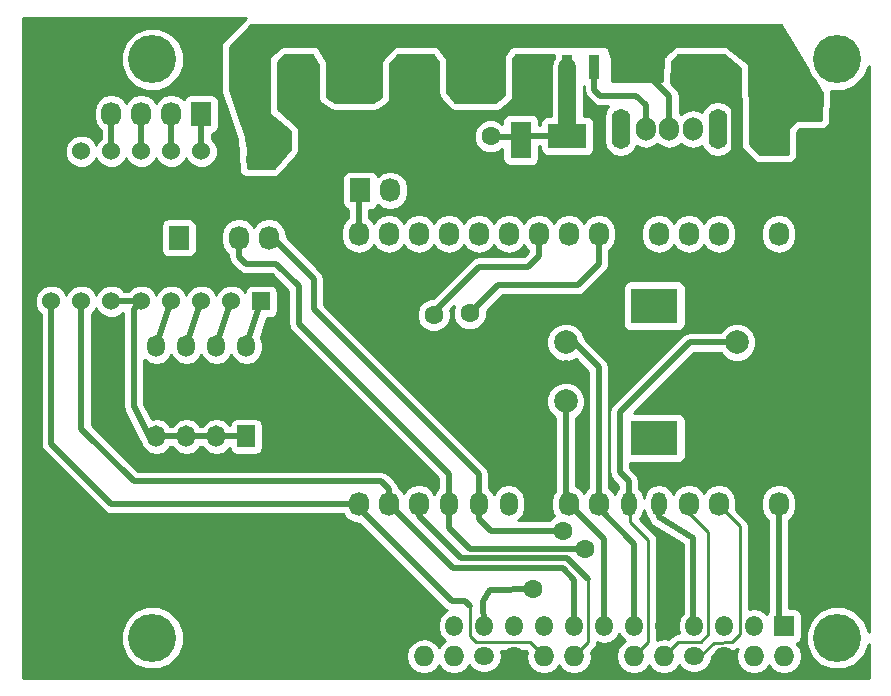
<source format=gbl>
G04 #@! TF.FileFunction,Copper,L2,Bot,Signal*
%FSLAX46Y46*%
G04 Gerber Fmt 4.6, Leading zero omitted, Abs format (unit mm)*
G04 Created by KiCad (PCBNEW 4.0.2-stable) date 17/08/2016 11:41:13*
%MOMM*%
G01*
G04 APERTURE LIST*
%ADD10C,0.100000*%
%ADD11C,3.000000*%
%ADD12R,1.727200X2.032000*%
%ADD13O,1.727200X2.032000*%
%ADD14O,1.500000X2.032000*%
%ADD15O,1.300000X2.032000*%
%ADD16O,1.500000X2.000000*%
%ADD17R,3.149600X1.800860*%
%ADD18R,1.524000X1.524000*%
%ADD19C,1.524000*%
%ADD20R,4.000000X3.000000*%
%ADD21C,2.000000*%
%ADD22R,1.524000X1.824000*%
%ADD23O,1.524000X1.824000*%
%ADD24R,1.800860X3.149600*%
%ADD25O,1.600000X3.400000*%
%ADD26O,1.700000X2.000000*%
%ADD27R,0.950000X2.150000*%
%ADD28R,3.250000X2.150000*%
%ADD29R,1.727200X1.727200*%
%ADD30O,1.727200X1.727200*%
%ADD31O,1.500000X1.727200*%
%ADD32O,1.727200X1.500000*%
%ADD33C,4.064000*%
%ADD34C,1.500000*%
%ADD35O,1.300000X3.500000*%
%ADD36O,3.500000X1.300000*%
%ADD37C,1.600000*%
%ADD38C,1.000000*%
%ADD39C,0.500000*%
%ADD40C,0.250000*%
%ADD41C,1.500000*%
%ADD42C,0.254000*%
G04 APERTURE END LIST*
D10*
D11*
X-43728000Y-5080000D03*
X-48728000Y-5080000D03*
D12*
X-58537000Y-18745000D03*
D13*
X-55997000Y-18745000D03*
X-53457000Y-18745000D03*
X-50917000Y-18745000D03*
X-43307000Y-18415000D03*
X-40767000Y-18415000D03*
X-38227000Y-18415000D03*
X-35687000Y-18415000D03*
X-33147000Y-18415000D03*
X-30607000Y-18415000D03*
X-28067000Y-18415000D03*
X-25527000Y-18415000D03*
X-22987000Y-18415000D03*
X-20447000Y-18415000D03*
X-17907000Y-18415000D03*
X-15367000Y-18415000D03*
X-12827000Y-18415000D03*
X-10287000Y-18415000D03*
X-7747000Y-18415000D03*
X-43307000Y-41275000D03*
X-12827000Y-41275000D03*
X-10287000Y-41275000D03*
X-15367000Y-41275000D03*
D14*
X-30607000Y-41275000D03*
X-33147000Y-41275000D03*
D13*
X-28067000Y-41275000D03*
X-7747000Y-41275000D03*
X-22987000Y-41275000D03*
X-25527000Y-41275000D03*
D15*
X-20447000Y-41275000D03*
X-17907000Y-41275000D03*
D13*
X-38227000Y-41275000D03*
D16*
X-35687000Y-41275000D03*
D13*
X-40767000Y-41275000D03*
D17*
X-15146020Y-4445000D03*
X-19397980Y-4445000D03*
D18*
X-51562000Y-24130000D03*
D19*
X-54102000Y-24130000D03*
X-56642000Y-24130000D03*
X-59182000Y-24130000D03*
X-61722000Y-24130000D03*
X-64262000Y-24130000D03*
X-66802000Y-24130000D03*
X-69342000Y-24130000D03*
X-69342000Y-11430000D03*
X-66802000Y-11430000D03*
X-64262000Y-11430000D03*
X-61722000Y-11430000D03*
X-59182000Y-11430000D03*
X-56642000Y-11430000D03*
X-54102000Y-11430000D03*
X-51562000Y-11430000D03*
D12*
X-56642000Y-8255000D03*
D13*
X-59182000Y-8255000D03*
X-61722000Y-8255000D03*
X-64262000Y-8255000D03*
D20*
X-18288000Y-35699000D03*
D21*
X-11288000Y-32599000D03*
X-11288000Y-27599000D03*
X-25788000Y-32599000D03*
X-25788000Y-30099000D03*
X-25788000Y-27599000D03*
D20*
X-18288000Y-24499000D03*
D22*
X-52832000Y-35560000D03*
D23*
X-52832000Y-27940000D03*
X-55372000Y-35560000D03*
X-55372000Y-27940000D03*
X-57912000Y-35560000D03*
X-57912000Y-27940000D03*
X-60452000Y-35560000D03*
X-60452000Y-27940000D03*
D24*
X-29591000Y-14698980D03*
X-29591000Y-10447020D03*
D25*
X-21118000Y-9525000D03*
D26*
X-17018000Y-9525000D03*
X-15018000Y-9525000D03*
X-19018000Y-9525000D03*
D25*
X-12918000Y-9525000D03*
D27*
X-23354000Y-4318000D03*
X-27954000Y-4318000D03*
X-25654000Y-4318000D03*
D28*
X-25654000Y-10118000D03*
D29*
X-7287000Y-51625000D03*
D30*
X-7287000Y-54165000D03*
D31*
X-9827000Y-51625000D03*
D30*
X-9827000Y-54165000D03*
D31*
X-12367000Y-51625000D03*
D32*
X-12367000Y-54165000D03*
D31*
X-14907000Y-51625000D03*
D32*
X-14907000Y-54165000D03*
D31*
X-17447000Y-51625000D03*
D30*
X-17447000Y-54165000D03*
D31*
X-19987000Y-51625000D03*
D30*
X-19987000Y-54165000D03*
D31*
X-22527000Y-51625000D03*
D30*
X-22527000Y-54165000D03*
D31*
X-25067000Y-51625000D03*
D30*
X-25067000Y-54165000D03*
D31*
X-27607000Y-51625000D03*
D30*
X-27607000Y-54165000D03*
D31*
X-30147000Y-51625000D03*
D32*
X-30147000Y-54165000D03*
D31*
X-32687000Y-51625000D03*
D32*
X-32687000Y-54165000D03*
D31*
X-35227000Y-51625000D03*
D30*
X-35227000Y-54165000D03*
D31*
X-37767000Y-51625000D03*
D30*
X-37767000Y-54165000D03*
D12*
X-43180000Y-14732000D03*
D13*
X-40640000Y-14732000D03*
X-38100000Y-14732000D03*
D33*
X-2787000Y-3625000D03*
X-2787000Y-52625000D03*
X-60787000Y-52625000D03*
X-60787000Y-3625000D03*
D34*
X-5207000Y-7627000D03*
D35*
X-2107000Y-9427000D03*
X-8307000Y-9427000D03*
D36*
X-5207000Y-14627000D03*
D34*
X-5207000Y-12827000D03*
D11*
X-33441000Y-5080000D03*
X-38441000Y-5080000D03*
D37*
X-32131000Y-10160000D03*
X-26032586Y-43555922D03*
X-24130000Y-45085000D03*
X-28575000Y-48514000D03*
X-33909000Y-25146000D03*
X-36957000Y-25273000D03*
D38*
X-15146020Y-4445000D02*
X-13970000Y-4445000D01*
X-13970000Y-4445000D02*
X-11303000Y-7112000D01*
X-9779000Y-12827000D02*
X-5207000Y-12827000D01*
X-11303000Y-11303000D02*
X-9779000Y-12827000D01*
X-11303000Y-7112000D02*
X-11303000Y-11303000D01*
D39*
X-64897000Y-15875000D02*
X-58547000Y-15875000D01*
X-69342000Y-11430000D02*
X-64897000Y-15875000D01*
X-58547000Y-15875000D02*
X-55997000Y-18425000D01*
X-55997000Y-18425000D02*
X-55997000Y-18745000D01*
X-55997000Y-18425000D02*
X-56642000Y-17780000D01*
D38*
X-15146020Y-4445000D02*
X-14097000Y-4445000D01*
D39*
X-51562000Y-24130000D02*
X-52832000Y-27940000D01*
D40*
X-51552000Y-23485000D02*
X-51562000Y-23495000D01*
D39*
X-54102000Y-24130000D02*
X-55372000Y-27940000D01*
X-56642000Y-24130000D02*
X-57912000Y-27940000D01*
X-59182000Y-24130000D02*
X-60452000Y-27940000D01*
X-64262000Y-11430000D02*
X-64262000Y-8255000D01*
X-61722000Y-11430000D02*
X-61722000Y-8255000D01*
X-59182000Y-11430000D02*
X-59182000Y-8255000D01*
X-59182000Y-8890000D02*
X-59182000Y-8255000D01*
X-56642000Y-11430000D02*
X-56642000Y-8255000D01*
X-56642000Y-11430000D02*
X-56642000Y-10795000D01*
D41*
X-25654000Y-4318000D02*
X-25654000Y-10118000D01*
D39*
X-29718000Y-10193020D02*
X-32097980Y-10193020D01*
X-32097980Y-10193020D02*
X-32131000Y-10160000D01*
X-25654000Y-10118000D02*
X-29642980Y-10118000D01*
X-29642980Y-10118000D02*
X-29718000Y-10193020D01*
D40*
X-25654000Y-10118000D02*
X-25569000Y-10118000D01*
D39*
X-19397980Y-4445000D02*
X-19304000Y-4445000D01*
X-19304000Y-4445000D02*
X-17018000Y-6731000D01*
X-17018000Y-6731000D02*
X-17018000Y-9525000D01*
X-7747000Y-41275000D02*
X-7747000Y-51165000D01*
D40*
X-7747000Y-51165000D02*
X-7287000Y-51625000D01*
D39*
X-62357000Y-25400000D02*
X-62357000Y-24765000D01*
X-62357000Y-33020000D02*
X-62357000Y-25400000D01*
X-61087000Y-35560000D02*
X-62357000Y-33020000D01*
X-62357000Y-24765000D02*
X-61722000Y-24130000D01*
X-60452000Y-35560000D02*
X-61087000Y-35560000D01*
X-55372000Y-35560000D02*
X-52832000Y-35560000D01*
X-57912000Y-35560000D02*
X-55372000Y-35560000D01*
X-60452000Y-35560000D02*
X-57912000Y-35560000D01*
X-64262000Y-24130000D02*
X-61722000Y-24130000D01*
X-25067000Y-51625000D02*
X-25067000Y-47704000D01*
X-35306000Y-46736000D02*
X-40767000Y-41275000D01*
X-26035000Y-46736000D02*
X-35306000Y-46736000D01*
X-25067000Y-47704000D02*
X-26035000Y-46736000D01*
X-25019000Y-51577000D02*
X-25067000Y-51625000D01*
X-66802000Y-24130000D02*
X-66802000Y-34925000D01*
X-62357000Y-39370000D02*
X-66802000Y-34925000D01*
X-41402000Y-39370000D02*
X-62357000Y-39370000D01*
X-40767000Y-40005000D02*
X-41402000Y-39370000D01*
X-40767000Y-40005000D02*
X-40767000Y-41275000D01*
X-66802000Y-24765000D02*
X-66802000Y-24130000D01*
D40*
X-40767000Y-41275000D02*
X-40767000Y-42164000D01*
X-40767000Y-40640000D02*
X-40767000Y-41275000D01*
X-43307000Y-41275000D02*
X-43307000Y-41656000D01*
D39*
X-43307000Y-41656000D02*
X-35433000Y-49530000D01*
D40*
X-28813000Y-52959000D02*
X-27607000Y-54165000D01*
X-33401000Y-52959000D02*
X-28813000Y-52959000D01*
X-33909000Y-52451000D02*
X-33401000Y-52959000D01*
X-33909000Y-49911000D02*
X-33909000Y-52451000D01*
D39*
X-34290000Y-49530000D02*
X-33909000Y-49911000D01*
X-35433000Y-49530000D02*
X-34290000Y-49530000D01*
X-69342000Y-36195000D02*
X-69342000Y-26035000D01*
X-64262000Y-41275000D02*
X-69342000Y-36195000D01*
X-43307000Y-41275000D02*
X-64262000Y-41275000D01*
X-69342000Y-26035000D02*
X-69342000Y-24130000D01*
X-43307000Y-28575000D02*
X-47117000Y-24765000D01*
X-33147000Y-38735000D02*
X-43307000Y-28575000D01*
X-33147000Y-41275000D02*
X-33147000Y-38735000D01*
X-47117000Y-22225000D02*
X-50597000Y-18745000D01*
X-47117000Y-24765000D02*
X-47117000Y-22225000D01*
X-50597000Y-18745000D02*
X-50917000Y-18745000D01*
X-33147000Y-42545000D02*
X-33147000Y-41275000D01*
X-32131000Y-43561000D02*
X-33147000Y-42545000D01*
X-26032586Y-43555922D02*
X-32131000Y-43561000D01*
D40*
X-33147000Y-41275000D02*
X-33147000Y-40640000D01*
D39*
X-24130000Y-45085000D02*
X-33909000Y-45085000D01*
X-35687000Y-43307000D02*
X-35687000Y-41275000D01*
X-33909000Y-45085000D02*
X-35687000Y-43307000D01*
X-45847000Y-28575000D02*
X-48387000Y-26035000D01*
X-50292000Y-20955000D02*
X-52832000Y-20955000D01*
X-52832000Y-20955000D02*
X-53457000Y-20330000D01*
X-53457000Y-18745000D02*
X-53457000Y-20330000D01*
X-35687000Y-38735000D02*
X-43942000Y-30480000D01*
X-35687000Y-38735000D02*
X-35687000Y-41275000D01*
X-43942000Y-30480000D02*
X-45847000Y-28575000D01*
X-48387000Y-22860000D02*
X-50292000Y-20955000D01*
X-48387000Y-26035000D02*
X-48387000Y-22860000D01*
D40*
X-53457000Y-19695000D02*
X-53457000Y-18745000D01*
X-53457000Y-18745000D02*
X-53457000Y-19695000D01*
X-18796000Y-52959000D02*
X-18796000Y-44323000D01*
X-19987000Y-54150000D02*
X-18796000Y-52959000D01*
X-20320000Y-42799000D02*
X-20320000Y-41402000D01*
X-18796000Y-44323000D02*
X-20320000Y-42799000D01*
X-20320000Y-41402000D02*
X-20447000Y-41275000D01*
X-19987000Y-54165000D02*
X-19987000Y-54150000D01*
X-20193000Y-41529000D02*
X-20447000Y-41275000D01*
D39*
X-11288000Y-27599000D02*
X-15280000Y-27599000D01*
X-15280000Y-27599000D02*
X-21209000Y-33528000D01*
X-20447000Y-39370000D02*
X-20447000Y-41275000D01*
X-21209000Y-38608000D02*
X-20447000Y-39370000D01*
X-21209000Y-33528000D02*
X-21209000Y-38608000D01*
D40*
X-12827000Y-41275000D02*
X-12827000Y-41402000D01*
X-12827000Y-41402000D02*
X-11049000Y-43180000D01*
X-13260592Y-53018408D02*
X-14466592Y-54224408D01*
X-11684000Y-52959000D02*
X-13260592Y-53018408D01*
X-11049000Y-52324000D02*
X-11684000Y-52959000D01*
X-11049000Y-43180000D02*
X-11049000Y-52324000D01*
X-12573000Y-41529000D02*
X-12827000Y-41275000D01*
X-15367000Y-41275000D02*
X-15367000Y-42037000D01*
X-15367000Y-42037000D02*
X-13716000Y-43688000D01*
X-16241000Y-52959000D02*
X-17447000Y-54165000D01*
X-14351000Y-52959000D02*
X-16241000Y-52959000D01*
X-13716000Y-52324000D02*
X-14351000Y-52959000D01*
X-13716000Y-43688000D02*
X-13716000Y-52324000D01*
X-15113000Y-41529000D02*
X-15367000Y-41275000D01*
D39*
X-19987000Y-51625000D02*
X-19987000Y-44656000D01*
X-19987000Y-44656000D02*
X-22987000Y-41656000D01*
X-22987000Y-41656000D02*
X-22987000Y-41275000D01*
D40*
X-22987000Y-41910000D02*
X-22987000Y-41275000D01*
D39*
X-25788000Y-27599000D02*
X-25106000Y-27599000D01*
X-25106000Y-27599000D02*
X-22987000Y-29718000D01*
X-22987000Y-29718000D02*
X-22987000Y-41275000D01*
X-17907000Y-42418000D02*
X-17907000Y-41275000D01*
X-14986000Y-44172000D02*
X-14986000Y-51879000D01*
X-17907000Y-42418000D02*
X-14986000Y-44172000D01*
X-22527000Y-51625000D02*
X-22527000Y-44275000D01*
X-22527000Y-44275000D02*
X-25527000Y-41275000D01*
D40*
X-25527000Y-41958000D02*
X-25527000Y-41275000D01*
D39*
X-25788000Y-32599000D02*
X-25788000Y-41014000D01*
X-25788000Y-41014000D02*
X-25527000Y-41275000D01*
X-32710286Y-51601714D02*
X-32757416Y-49526920D01*
X-28575000Y-48514000D02*
X-32185553Y-48569594D01*
X-32185553Y-48569594D02*
X-32757416Y-49526920D01*
X-32710286Y-51601714D02*
X-32687000Y-51625000D01*
X-22987000Y-18415000D02*
X-22987000Y-20955000D01*
X-31496000Y-22733000D02*
X-33909000Y-25146000D01*
X-24765000Y-22733000D02*
X-31496000Y-22733000D01*
X-22987000Y-20955000D02*
X-24765000Y-22733000D01*
X-28067000Y-18415000D02*
X-28067000Y-20320000D01*
D40*
X-36957000Y-25019000D02*
X-36957000Y-25273000D01*
D39*
X-33147000Y-21209000D02*
X-36957000Y-25019000D01*
X-28956000Y-21209000D02*
X-33147000Y-21209000D01*
X-28067000Y-20320000D02*
X-28956000Y-21209000D01*
X-43307000Y-18415000D02*
X-43307000Y-14859000D01*
X-43307000Y-14859000D02*
X-43180000Y-14732000D01*
D40*
X-38227000Y-41275000D02*
X-38227000Y-42291000D01*
D39*
X-38227000Y-42291000D02*
X-34671000Y-45847000D01*
X-34671000Y-45847000D02*
X-25654000Y-45847000D01*
X-25654000Y-45847000D02*
X-23876000Y-47625000D01*
D40*
X-23876000Y-47625000D02*
X-23876000Y-52974000D01*
X-23876000Y-52974000D02*
X-25067000Y-54165000D01*
D39*
X-19018000Y-9525000D02*
X-19018000Y-7525000D01*
X-23354000Y-6237000D02*
X-23354000Y-4318000D01*
X-22860000Y-6731000D02*
X-23354000Y-6237000D01*
X-19812000Y-6731000D02*
X-22860000Y-6731000D01*
X-19018000Y-7525000D02*
X-19812000Y-6731000D01*
D40*
X-19143980Y-9650980D02*
X-19018000Y-9525000D01*
D42*
G36*
X-5357835Y-4387026D02*
X-5049291Y-5133761D01*
X-4675189Y-5508517D01*
X-4065887Y-6509513D01*
X-4184491Y-8763000D01*
X-6223000Y-8763000D01*
X-6272410Y-8773006D01*
X-6312803Y-8800197D01*
X-6947803Y-9435197D01*
X-6975666Y-9477211D01*
X-6985000Y-9525000D01*
X-6985000Y-11684000D01*
X-9316867Y-11684000D01*
X-10168000Y-10832868D01*
X-10168000Y-7112000D01*
X-10210326Y-6899211D01*
X-10254396Y-6677655D01*
X-10287000Y-6628860D01*
X-10287000Y-4064000D01*
X-10297006Y-4014590D01*
X-10335537Y-3964138D01*
X-12113537Y-2567138D01*
X-12158571Y-2544479D01*
X-12192000Y-2540000D01*
X-16510000Y-2540000D01*
X-16559410Y-2550006D01*
X-16599803Y-2577197D01*
X-16978231Y-2955625D01*
X-17172261Y-3080480D01*
X-17317251Y-3292680D01*
X-17317750Y-3295144D01*
X-17340946Y-3318340D01*
X-17352841Y-3310685D01*
X-17402509Y-3302048D01*
X-17451623Y-3313416D01*
X-17492446Y-3342995D01*
X-17518545Y-3386127D01*
X-17525781Y-3421542D01*
X-17645749Y-5461000D01*
X-21844000Y-5461000D01*
X-21844000Y-3683000D01*
X-21852086Y-3638407D01*
X-22233086Y-2622407D01*
X-22259804Y-2579656D01*
X-22301049Y-2550668D01*
X-22352000Y-2540000D01*
X-30353000Y-2540000D01*
X-30402410Y-2550006D01*
X-30458670Y-2596553D01*
X-30966670Y-3358553D01*
X-30988000Y-3429000D01*
X-30988000Y-6665644D01*
X-31790699Y-7239000D01*
X-35120587Y-7239000D01*
X-35814000Y-6430019D01*
X-35814000Y-3683000D01*
X-35824006Y-3633590D01*
X-35839400Y-3606800D01*
X-36601400Y-2590800D01*
X-36639051Y-2557275D01*
X-36703000Y-2540000D01*
X-40259000Y-2540000D01*
X-40308410Y-2550006D01*
X-40353921Y-2582626D01*
X-41369921Y-3725626D01*
X-41395269Y-3769203D01*
X-41402000Y-3810000D01*
X-41402000Y-6790032D01*
X-42075452Y-7239000D01*
X-45300548Y-7239000D01*
X-45974000Y-6790032D01*
X-45974000Y-3937000D01*
X-45992098Y-3871659D01*
X-46754098Y-2601659D01*
X-46788100Y-2564438D01*
X-46833903Y-2543378D01*
X-46863000Y-2540000D01*
X-49784000Y-2540000D01*
X-49833410Y-2550006D01*
X-49867630Y-2571423D01*
X-50883630Y-3460423D01*
X-50914226Y-3500490D01*
X-50927000Y-3556000D01*
X-50927000Y-8128000D01*
X-50916994Y-8177410D01*
X-50882651Y-8224426D01*
X-49149000Y-9710413D01*
X-49149000Y-11256479D01*
X-50477903Y-12827000D01*
X-52710904Y-12827000D01*
X-52758078Y-11836341D01*
X-52705243Y-11709100D01*
X-52704758Y-11153339D01*
X-52801784Y-10918517D01*
X-52832144Y-10280959D01*
X-52838898Y-10245715D01*
X-54229000Y-6201782D01*
X-54229000Y-2592606D01*
X-52398394Y-762000D01*
X-7564373Y-762000D01*
X-5357835Y-4387026D01*
X-5357835Y-4387026D01*
G37*
X-5357835Y-4387026D02*
X-5049291Y-5133761D01*
X-4675189Y-5508517D01*
X-4065887Y-6509513D01*
X-4184491Y-8763000D01*
X-6223000Y-8763000D01*
X-6272410Y-8773006D01*
X-6312803Y-8800197D01*
X-6947803Y-9435197D01*
X-6975666Y-9477211D01*
X-6985000Y-9525000D01*
X-6985000Y-11684000D01*
X-9316867Y-11684000D01*
X-10168000Y-10832868D01*
X-10168000Y-7112000D01*
X-10210326Y-6899211D01*
X-10254396Y-6677655D01*
X-10287000Y-6628860D01*
X-10287000Y-4064000D01*
X-10297006Y-4014590D01*
X-10335537Y-3964138D01*
X-12113537Y-2567138D01*
X-12158571Y-2544479D01*
X-12192000Y-2540000D01*
X-16510000Y-2540000D01*
X-16559410Y-2550006D01*
X-16599803Y-2577197D01*
X-16978231Y-2955625D01*
X-17172261Y-3080480D01*
X-17317251Y-3292680D01*
X-17317750Y-3295144D01*
X-17340946Y-3318340D01*
X-17352841Y-3310685D01*
X-17402509Y-3302048D01*
X-17451623Y-3313416D01*
X-17492446Y-3342995D01*
X-17518545Y-3386127D01*
X-17525781Y-3421542D01*
X-17645749Y-5461000D01*
X-21844000Y-5461000D01*
X-21844000Y-3683000D01*
X-21852086Y-3638407D01*
X-22233086Y-2622407D01*
X-22259804Y-2579656D01*
X-22301049Y-2550668D01*
X-22352000Y-2540000D01*
X-30353000Y-2540000D01*
X-30402410Y-2550006D01*
X-30458670Y-2596553D01*
X-30966670Y-3358553D01*
X-30988000Y-3429000D01*
X-30988000Y-6665644D01*
X-31790699Y-7239000D01*
X-35120587Y-7239000D01*
X-35814000Y-6430019D01*
X-35814000Y-3683000D01*
X-35824006Y-3633590D01*
X-35839400Y-3606800D01*
X-36601400Y-2590800D01*
X-36639051Y-2557275D01*
X-36703000Y-2540000D01*
X-40259000Y-2540000D01*
X-40308410Y-2550006D01*
X-40353921Y-2582626D01*
X-41369921Y-3725626D01*
X-41395269Y-3769203D01*
X-41402000Y-3810000D01*
X-41402000Y-6790032D01*
X-42075452Y-7239000D01*
X-45300548Y-7239000D01*
X-45974000Y-6790032D01*
X-45974000Y-3937000D01*
X-45992098Y-3871659D01*
X-46754098Y-2601659D01*
X-46788100Y-2564438D01*
X-46833903Y-2543378D01*
X-46863000Y-2540000D01*
X-49784000Y-2540000D01*
X-49833410Y-2550006D01*
X-49867630Y-2571423D01*
X-50883630Y-3460423D01*
X-50914226Y-3500490D01*
X-50927000Y-3556000D01*
X-50927000Y-8128000D01*
X-50916994Y-8177410D01*
X-50882651Y-8224426D01*
X-49149000Y-9710413D01*
X-49149000Y-11256479D01*
X-50477903Y-12827000D01*
X-52710904Y-12827000D01*
X-52758078Y-11836341D01*
X-52705243Y-11709100D01*
X-52704758Y-11153339D01*
X-52801784Y-10918517D01*
X-52832144Y-10280959D01*
X-52838898Y-10245715D01*
X-54229000Y-6201782D01*
X-54229000Y-2592606D01*
X-52398394Y-762000D01*
X-7564373Y-762000D01*
X-5357835Y-4387026D01*
G36*
X-52900013Y-185987D02*
X-54805013Y-2090987D01*
X-54940971Y-2292949D01*
X-54991000Y-2540000D01*
X-54991000Y-6223000D01*
X-54956511Y-6429426D01*
X-53588970Y-10407726D01*
X-53466281Y-12984204D01*
X-53423573Y-13184795D01*
X-53287173Y-13396767D01*
X-53079051Y-13538971D01*
X-52832000Y-13589000D01*
X-50419000Y-13589000D01*
X-50132022Y-13520452D01*
X-49934250Y-13364173D01*
X-48537250Y-11713173D01*
X-48437029Y-11550051D01*
X-48387000Y-11303000D01*
X-48387000Y-9652000D01*
X-48453731Y-9368635D01*
X-48608747Y-9169872D01*
X-50165000Y-7835941D01*
X-50165000Y-3844142D01*
X-49545409Y-3302000D01*
X-47222531Y-3302000D01*
X-46736000Y-4112885D01*
X-46736000Y-6858000D01*
X-46631042Y-7207686D01*
X-46453235Y-7386352D01*
X-45691235Y-7894352D01*
X-45339000Y-8001000D01*
X-42037000Y-8001000D01*
X-41684765Y-7894352D01*
X-40922765Y-7386352D01*
X-40690029Y-7105051D01*
X-40640000Y-6858000D01*
X-40640000Y-4051427D01*
X-39973843Y-3302000D01*
X-37020500Y-3302000D01*
X-36576000Y-3894667D01*
X-36576000Y-6477000D01*
X-36545921Y-6670119D01*
X-36423128Y-6890253D01*
X-35661128Y-7779253D01*
X-35426051Y-7950971D01*
X-35179000Y-8001000D01*
X-31750000Y-8001000D01*
X-31611026Y-7985606D01*
X-31380914Y-7882721D01*
X-30491914Y-7247721D01*
X-30276029Y-6978051D01*
X-30226000Y-6731000D01*
X-30226000Y-3621263D01*
X-30013158Y-3302000D01*
X-26776440Y-3302000D01*
X-26776440Y-3552817D01*
X-26933573Y-3787983D01*
X-27039000Y-4318000D01*
X-27039000Y-8395560D01*
X-27279000Y-8395560D01*
X-27514317Y-8439838D01*
X-27730441Y-8578910D01*
X-27875431Y-8791110D01*
X-27926440Y-9043000D01*
X-27926440Y-9233000D01*
X-28043130Y-9233000D01*
X-28043130Y-8872220D01*
X-28087408Y-8636903D01*
X-28226480Y-8420779D01*
X-28438680Y-8275789D01*
X-28690570Y-8224780D01*
X-30491430Y-8224780D01*
X-30726747Y-8269058D01*
X-30942871Y-8408130D01*
X-31087861Y-8620330D01*
X-31138870Y-8872220D01*
X-31138870Y-9122694D01*
X-31317077Y-8944176D01*
X-31844309Y-8725250D01*
X-32415187Y-8724752D01*
X-32942800Y-8942757D01*
X-33346824Y-9346077D01*
X-33565750Y-9873309D01*
X-33566248Y-10444187D01*
X-33348243Y-10971800D01*
X-32944923Y-11375824D01*
X-32417691Y-11594750D01*
X-31846813Y-11595248D01*
X-31319200Y-11377243D01*
X-31138870Y-11197227D01*
X-31138870Y-12021820D01*
X-31094592Y-12257137D01*
X-30955520Y-12473261D01*
X-30743320Y-12618251D01*
X-30491430Y-12669260D01*
X-28690570Y-12669260D01*
X-28455253Y-12624982D01*
X-28239129Y-12485910D01*
X-28094139Y-12273710D01*
X-28043130Y-12021820D01*
X-28043130Y-11003000D01*
X-27926440Y-11003000D01*
X-27926440Y-11193000D01*
X-27882162Y-11428317D01*
X-27743090Y-11644441D01*
X-27530890Y-11789431D01*
X-27279000Y-11840440D01*
X-24029000Y-11840440D01*
X-23793683Y-11796162D01*
X-23577559Y-11657090D01*
X-23432569Y-11444890D01*
X-23381560Y-11193000D01*
X-23381560Y-9043000D01*
X-23425838Y-8807683D01*
X-23564910Y-8591559D01*
X-23777110Y-8446569D01*
X-24029000Y-8395560D01*
X-24269000Y-8395560D01*
X-24269000Y-5860901D01*
X-24239000Y-5881399D01*
X-24239000Y-6236995D01*
X-24239001Y-6237000D01*
X-24191261Y-6477000D01*
X-24171633Y-6575675D01*
X-24038509Y-6774910D01*
X-23979790Y-6862790D01*
X-23485792Y-7356787D01*
X-23485790Y-7356790D01*
X-23234044Y-7525000D01*
X-23198675Y-7548633D01*
X-22860000Y-7616000D01*
X-22167071Y-7616000D01*
X-22443767Y-8030104D01*
X-22553000Y-8579255D01*
X-22553000Y-10470745D01*
X-22443767Y-11019896D01*
X-22132698Y-11485443D01*
X-21667151Y-11796512D01*
X-21118000Y-11905745D01*
X-20568849Y-11796512D01*
X-20103302Y-11485443D01*
X-19792233Y-11019896D01*
X-19778448Y-10950594D01*
X-19586285Y-11078993D01*
X-19018000Y-11192032D01*
X-18449715Y-11078993D01*
X-18018000Y-10790531D01*
X-17586285Y-11078993D01*
X-17018000Y-11192032D01*
X-16449715Y-11078993D01*
X-16018000Y-10790531D01*
X-15586285Y-11078993D01*
X-15018000Y-11192032D01*
X-14449715Y-11078993D01*
X-14257552Y-10950594D01*
X-14243767Y-11019896D01*
X-13932698Y-11485443D01*
X-13467151Y-11796512D01*
X-12918000Y-11905745D01*
X-12368849Y-11796512D01*
X-11903302Y-11485443D01*
X-11592233Y-11019896D01*
X-11483000Y-10470745D01*
X-11483000Y-8579255D01*
X-11592233Y-8030104D01*
X-11903302Y-7564557D01*
X-12368849Y-7253488D01*
X-12918000Y-7144255D01*
X-13467151Y-7253488D01*
X-13932698Y-7564557D01*
X-14243767Y-8030104D01*
X-14257552Y-8099406D01*
X-14449715Y-7971007D01*
X-15018000Y-7857968D01*
X-15586285Y-7971007D01*
X-16018000Y-8259469D01*
X-16133000Y-8182629D01*
X-16133000Y-6731005D01*
X-16132999Y-6731000D01*
X-16200367Y-6392325D01*
X-16267712Y-6291536D01*
X-16392210Y-6105210D01*
X-16392213Y-6105208D01*
X-16890987Y-5606434D01*
X-16787211Y-3842237D01*
X-16246974Y-3302000D01*
X-12411623Y-3302000D01*
X-11049000Y-4372633D01*
X-11049000Y-11176000D01*
X-10955041Y-11508415D01*
X-10783086Y-11692721D01*
X-9894086Y-12327721D01*
X-9772051Y-12395971D01*
X-9525000Y-12446000D01*
X-6858000Y-12446000D01*
X-6627205Y-12402573D01*
X-6415233Y-12266173D01*
X-6273029Y-12058051D01*
X-6223000Y-11811000D01*
X-6223000Y-9788026D01*
X-5959974Y-9525000D01*
X-4064000Y-9525000D01*
X-3864616Y-9492886D01*
X-3645768Y-9367815D01*
X-3492822Y-9167454D01*
X-3429878Y-8923375D01*
X-3302878Y-6510375D01*
X-3362558Y-6273793D01*
X-3319827Y-6291536D01*
X-2258828Y-6292462D01*
X-1278239Y-5887291D01*
X-527345Y-5137707D01*
X-127000Y-4173567D01*
X-127000Y-52078769D01*
X-524709Y-51116239D01*
X-1274293Y-50365345D01*
X-2254173Y-49958464D01*
X-3315172Y-49957538D01*
X-4295761Y-50362709D01*
X-5046655Y-51112293D01*
X-5453536Y-52092173D01*
X-5454462Y-53153172D01*
X-5049291Y-54133761D01*
X-4299707Y-54884655D01*
X-3319827Y-55291536D01*
X-2258828Y-55292462D01*
X-1278239Y-54887291D01*
X-527345Y-54137707D01*
X-127000Y-53173567D01*
X-127000Y-56007000D01*
X-71755000Y-56007000D01*
X-71755000Y-53153172D01*
X-63454462Y-53153172D01*
X-63049291Y-54133761D01*
X-62299707Y-54884655D01*
X-61319827Y-55291536D01*
X-60258828Y-55292462D01*
X-59278239Y-54887291D01*
X-58527345Y-54137707D01*
X-58120464Y-53157827D01*
X-58119538Y-52096828D01*
X-58524709Y-51116239D01*
X-59274293Y-50365345D01*
X-60254173Y-49958464D01*
X-61315172Y-49957538D01*
X-62295761Y-50362709D01*
X-63046655Y-51112293D01*
X-63453536Y-52092173D01*
X-63454462Y-53153172D01*
X-71755000Y-53153172D01*
X-71755000Y-24406661D01*
X-70739242Y-24406661D01*
X-70527010Y-24920303D01*
X-70227000Y-25220837D01*
X-70227000Y-36194995D01*
X-70227001Y-36195000D01*
X-70177715Y-36442773D01*
X-70159633Y-36533675D01*
X-70043610Y-36707317D01*
X-69967790Y-36820790D01*
X-64887792Y-41900787D01*
X-64887790Y-41900790D01*
X-64600675Y-42092633D01*
X-64546737Y-42103362D01*
X-64262000Y-42160001D01*
X-64261995Y-42160000D01*
X-44606824Y-42160000D01*
X-44366670Y-42519415D01*
X-43880489Y-42844271D01*
X-43307000Y-42958345D01*
X-43264657Y-42949923D01*
X-36058792Y-50155787D01*
X-36058790Y-50155790D01*
X-35937290Y-50236973D01*
X-35872974Y-50279948D01*
X-36206343Y-50502698D01*
X-36506573Y-50952024D01*
X-36612000Y-51482041D01*
X-36612000Y-51767959D01*
X-36506573Y-52297976D01*
X-36206343Y-52747302D01*
X-35993273Y-52889671D01*
X-36316029Y-53105330D01*
X-36497000Y-53376172D01*
X-36677971Y-53105330D01*
X-37164152Y-52780474D01*
X-37737641Y-52666400D01*
X-37796359Y-52666400D01*
X-38369848Y-52780474D01*
X-38856029Y-53105330D01*
X-39180885Y-53591511D01*
X-39294959Y-54165000D01*
X-39180885Y-54738489D01*
X-38856029Y-55224670D01*
X-38369848Y-55549526D01*
X-37796359Y-55663600D01*
X-37737641Y-55663600D01*
X-37164152Y-55549526D01*
X-36677971Y-55224670D01*
X-36497000Y-54953828D01*
X-36316029Y-55224670D01*
X-35829848Y-55549526D01*
X-35256359Y-55663600D01*
X-35197641Y-55663600D01*
X-34624152Y-55549526D01*
X-34137971Y-55224670D01*
X-33946800Y-54938563D01*
X-33809302Y-55144343D01*
X-33359976Y-55444573D01*
X-32829959Y-55550000D01*
X-32544041Y-55550000D01*
X-32014024Y-55444573D01*
X-31564698Y-55144343D01*
X-31264468Y-54695017D01*
X-31159041Y-54165000D01*
X-31247756Y-53719000D01*
X-29127802Y-53719000D01*
X-29059775Y-53787027D01*
X-29134959Y-54165000D01*
X-29020885Y-54738489D01*
X-28696029Y-55224670D01*
X-28209848Y-55549526D01*
X-27636359Y-55663600D01*
X-27577641Y-55663600D01*
X-27004152Y-55549526D01*
X-26517971Y-55224670D01*
X-26337000Y-54953828D01*
X-26156029Y-55224670D01*
X-25669848Y-55549526D01*
X-25096359Y-55663600D01*
X-25037641Y-55663600D01*
X-24464152Y-55549526D01*
X-23977971Y-55224670D01*
X-23653115Y-54738489D01*
X-23539041Y-54165000D01*
X-23614225Y-53787027D01*
X-23338599Y-53511401D01*
X-23173852Y-53264840D01*
X-23121991Y-53004118D01*
X-23057017Y-53047532D01*
X-22527000Y-53152959D01*
X-21996983Y-53047532D01*
X-21547657Y-52747302D01*
X-21257000Y-52312303D01*
X-20966343Y-52747302D01*
X-20753273Y-52889671D01*
X-21076029Y-53105330D01*
X-21400885Y-53591511D01*
X-21514959Y-54165000D01*
X-21400885Y-54738489D01*
X-21076029Y-55224670D01*
X-20589848Y-55549526D01*
X-20016359Y-55663600D01*
X-19957641Y-55663600D01*
X-19384152Y-55549526D01*
X-18897971Y-55224670D01*
X-18717000Y-54953828D01*
X-18536029Y-55224670D01*
X-18049848Y-55549526D01*
X-17476359Y-55663600D01*
X-17417641Y-55663600D01*
X-16844152Y-55549526D01*
X-16357971Y-55224670D01*
X-16166800Y-54938563D01*
X-16029302Y-55144343D01*
X-15579976Y-55444573D01*
X-15049959Y-55550000D01*
X-14764041Y-55550000D01*
X-14234024Y-55444573D01*
X-13784698Y-55144343D01*
X-13484468Y-54695017D01*
X-13390627Y-54223245D01*
X-12934024Y-53766642D01*
X-11655382Y-53718461D01*
X-11524804Y-53687334D01*
X-11393161Y-53661148D01*
X-11381073Y-53653071D01*
X-11366928Y-53649699D01*
X-11258202Y-53570972D01*
X-11202124Y-53533502D01*
X-11240885Y-53591511D01*
X-11354959Y-54165000D01*
X-11240885Y-54738489D01*
X-10916029Y-55224670D01*
X-10429848Y-55549526D01*
X-9856359Y-55663600D01*
X-9797641Y-55663600D01*
X-9224152Y-55549526D01*
X-8737971Y-55224670D01*
X-8557000Y-54953828D01*
X-8376029Y-55224670D01*
X-7889848Y-55549526D01*
X-7316359Y-55663600D01*
X-7257641Y-55663600D01*
X-6684152Y-55549526D01*
X-6197971Y-55224670D01*
X-5873115Y-54738489D01*
X-5759041Y-54165000D01*
X-5873115Y-53591511D01*
X-6197971Y-53105330D01*
X-6211642Y-53096195D01*
X-6188083Y-53091762D01*
X-5971959Y-52952690D01*
X-5826969Y-52740490D01*
X-5775960Y-52488600D01*
X-5775960Y-50761400D01*
X-5820238Y-50526083D01*
X-5959310Y-50309959D01*
X-6171510Y-50164969D01*
X-6423400Y-50113960D01*
X-6862000Y-50113960D01*
X-6862000Y-42636126D01*
X-6687330Y-42519415D01*
X-6362474Y-42033234D01*
X-6248400Y-41459745D01*
X-6248400Y-41090255D01*
X-6362474Y-40516766D01*
X-6687330Y-40030585D01*
X-7173511Y-39705729D01*
X-7747000Y-39591655D01*
X-8320489Y-39705729D01*
X-8806670Y-40030585D01*
X-9131526Y-40516766D01*
X-9245600Y-41090255D01*
X-9245600Y-41459745D01*
X-9131526Y-42033234D01*
X-8806670Y-42519415D01*
X-8632000Y-42636126D01*
X-8632000Y-50341156D01*
X-8747031Y-50509510D01*
X-8769376Y-50619854D01*
X-8847657Y-50502698D01*
X-9296983Y-50202468D01*
X-9827000Y-50097041D01*
X-10289000Y-50188939D01*
X-10289000Y-43180000D01*
X-10346852Y-42889161D01*
X-10511599Y-42642599D01*
X-11389132Y-41765066D01*
X-11328400Y-41459745D01*
X-11328400Y-41090255D01*
X-11442474Y-40516766D01*
X-11767330Y-40030585D01*
X-12253511Y-39705729D01*
X-12827000Y-39591655D01*
X-13400489Y-39705729D01*
X-13886670Y-40030585D01*
X-14097000Y-40345366D01*
X-14307330Y-40030585D01*
X-14793511Y-39705729D01*
X-15367000Y-39591655D01*
X-15940489Y-39705729D01*
X-16426670Y-40030585D01*
X-16706878Y-40449946D01*
X-16719815Y-40384907D01*
X-16998368Y-39968023D01*
X-17415252Y-39689470D01*
X-17907000Y-39591655D01*
X-18398748Y-39689470D01*
X-18815632Y-39968023D01*
X-19094185Y-40384907D01*
X-19177000Y-40801245D01*
X-19259815Y-40384907D01*
X-19538368Y-39968023D01*
X-19562000Y-39952233D01*
X-19562000Y-39370005D01*
X-19561999Y-39370000D01*
X-19629367Y-39031326D01*
X-19629367Y-39031325D01*
X-19821210Y-38744210D01*
X-19821213Y-38744208D01*
X-20324000Y-38241420D01*
X-20324000Y-37839150D01*
X-20288000Y-37846440D01*
X-16288000Y-37846440D01*
X-16052683Y-37802162D01*
X-15836559Y-37663090D01*
X-15691569Y-37450890D01*
X-15640560Y-37199000D01*
X-15640560Y-34199000D01*
X-15684838Y-33963683D01*
X-15823910Y-33747559D01*
X-16036110Y-33602569D01*
X-16288000Y-33551560D01*
X-19980980Y-33551560D01*
X-14913421Y-28484000D01*
X-12691398Y-28484000D01*
X-12674894Y-28523943D01*
X-12215363Y-28984278D01*
X-11614648Y-29233716D01*
X-10964205Y-29234284D01*
X-10363057Y-28985894D01*
X-9902722Y-28526363D01*
X-9653284Y-27925648D01*
X-9652716Y-27275205D01*
X-9901106Y-26674057D01*
X-10360637Y-26213722D01*
X-10961352Y-25964284D01*
X-11611795Y-25963716D01*
X-12212943Y-26212106D01*
X-12673278Y-26671637D01*
X-12690869Y-26714000D01*
X-15279995Y-26714000D01*
X-15280000Y-26713999D01*
X-15618675Y-26781367D01*
X-15905790Y-26973210D01*
X-15905792Y-26973213D01*
X-21834790Y-32902210D01*
X-22026633Y-33189325D01*
X-22026633Y-33189326D01*
X-22094001Y-33528000D01*
X-22094000Y-33528005D01*
X-22094000Y-38607995D01*
X-22094001Y-38608000D01*
X-22066906Y-38744211D01*
X-22026633Y-38946675D01*
X-21865809Y-39187367D01*
X-21834790Y-39233790D01*
X-21332000Y-39736579D01*
X-21332000Y-39952233D01*
X-21355632Y-39968023D01*
X-21634185Y-40384907D01*
X-21647122Y-40449946D01*
X-21927330Y-40030585D01*
X-22102000Y-39913874D01*
X-22102000Y-29718005D01*
X-22101999Y-29718000D01*
X-22169366Y-29379326D01*
X-22288660Y-29200790D01*
X-22361210Y-29092210D01*
X-22361213Y-29092208D01*
X-24152738Y-27300682D01*
X-24152716Y-27275205D01*
X-24401106Y-26674057D01*
X-24860637Y-26213722D01*
X-25461352Y-25964284D01*
X-26111795Y-25963716D01*
X-26712943Y-26212106D01*
X-27173278Y-26671637D01*
X-27422716Y-27272352D01*
X-27423284Y-27922795D01*
X-27174894Y-28523943D01*
X-26715363Y-28984278D01*
X-26114648Y-29233716D01*
X-25464205Y-29234284D01*
X-24939217Y-29017363D01*
X-23872000Y-30084579D01*
X-23872000Y-39913874D01*
X-24046670Y-40030585D01*
X-24257000Y-40345366D01*
X-24467330Y-40030585D01*
X-24903000Y-39739479D01*
X-24903000Y-34002398D01*
X-24863057Y-33985894D01*
X-24402722Y-33526363D01*
X-24153284Y-32925648D01*
X-24152716Y-32275205D01*
X-24401106Y-31674057D01*
X-24860637Y-31213722D01*
X-25461352Y-30964284D01*
X-26111795Y-30963716D01*
X-26712943Y-31212106D01*
X-27173278Y-31671637D01*
X-27422716Y-32272352D01*
X-27423284Y-32922795D01*
X-27174894Y-33523943D01*
X-26715363Y-33984278D01*
X-26673000Y-34001869D01*
X-26673000Y-40159787D01*
X-26911526Y-40516766D01*
X-27025600Y-41090255D01*
X-27025600Y-41459745D01*
X-26911526Y-42033234D01*
X-26737064Y-42294335D01*
X-26844386Y-42338679D01*
X-27178164Y-42671875D01*
X-29809312Y-42674066D01*
X-29627657Y-42552688D01*
X-29327427Y-42103362D01*
X-29222000Y-41573345D01*
X-29222000Y-40976655D01*
X-29327427Y-40446638D01*
X-29627657Y-39997312D01*
X-30076983Y-39697082D01*
X-30607000Y-39591655D01*
X-31137017Y-39697082D01*
X-31586343Y-39997312D01*
X-31877000Y-40432311D01*
X-32167657Y-39997312D01*
X-32262000Y-39934274D01*
X-32262000Y-38735005D01*
X-32261999Y-38735000D01*
X-32329367Y-38396326D01*
X-32329367Y-38396325D01*
X-32521210Y-38109210D01*
X-32521213Y-38109208D01*
X-42681210Y-27949210D01*
X-42681213Y-27949208D01*
X-46232000Y-24398420D01*
X-46232000Y-22225005D01*
X-46231999Y-22225000D01*
X-46299367Y-21886325D01*
X-46330320Y-21840000D01*
X-46491210Y-21599210D01*
X-46491213Y-21599208D01*
X-49418400Y-18672020D01*
X-49418400Y-18560255D01*
X-49484041Y-18230255D01*
X-44805600Y-18230255D01*
X-44805600Y-18599745D01*
X-44691526Y-19173234D01*
X-44366670Y-19659415D01*
X-43880489Y-19984271D01*
X-43307000Y-20098345D01*
X-42733511Y-19984271D01*
X-42247330Y-19659415D01*
X-42037000Y-19344634D01*
X-41826670Y-19659415D01*
X-41340489Y-19984271D01*
X-40767000Y-20098345D01*
X-40193511Y-19984271D01*
X-39707330Y-19659415D01*
X-39497000Y-19344634D01*
X-39286670Y-19659415D01*
X-38800489Y-19984271D01*
X-38227000Y-20098345D01*
X-37653511Y-19984271D01*
X-37167330Y-19659415D01*
X-36957000Y-19344634D01*
X-36746670Y-19659415D01*
X-36260489Y-19984271D01*
X-35687000Y-20098345D01*
X-35113511Y-19984271D01*
X-34627330Y-19659415D01*
X-34417000Y-19344634D01*
X-34206670Y-19659415D01*
X-33720489Y-19984271D01*
X-33147000Y-20098345D01*
X-32573511Y-19984271D01*
X-32087330Y-19659415D01*
X-31877000Y-19344634D01*
X-31666670Y-19659415D01*
X-31180489Y-19984271D01*
X-30607000Y-20098345D01*
X-30033511Y-19984271D01*
X-29547330Y-19659415D01*
X-29337000Y-19344634D01*
X-29126670Y-19659415D01*
X-28952000Y-19776126D01*
X-28952000Y-19953421D01*
X-29322580Y-20324000D01*
X-33146995Y-20324000D01*
X-33147000Y-20323999D01*
X-33429484Y-20380190D01*
X-33485675Y-20391367D01*
X-33772790Y-20583210D01*
X-33772792Y-20583213D01*
X-37027518Y-23837938D01*
X-37241187Y-23837752D01*
X-37768800Y-24055757D01*
X-38172824Y-24459077D01*
X-38391750Y-24986309D01*
X-38392248Y-25557187D01*
X-38174243Y-26084800D01*
X-37770923Y-26488824D01*
X-37243691Y-26707750D01*
X-36672813Y-26708248D01*
X-36145200Y-26490243D01*
X-35741176Y-26086923D01*
X-35522250Y-25559691D01*
X-35521752Y-24988813D01*
X-35566627Y-24880207D01*
X-35200326Y-24513906D01*
X-35343750Y-24859309D01*
X-35344248Y-25430187D01*
X-35126243Y-25957800D01*
X-34722923Y-26361824D01*
X-34195691Y-26580750D01*
X-33624813Y-26581248D01*
X-33097200Y-26363243D01*
X-32693176Y-25959923D01*
X-32474250Y-25432691D01*
X-32473840Y-24962419D01*
X-31129421Y-23618000D01*
X-24765005Y-23618000D01*
X-24765000Y-23618001D01*
X-24482516Y-23561810D01*
X-24426325Y-23550633D01*
X-24139210Y-23358790D01*
X-23779421Y-22999000D01*
X-20935440Y-22999000D01*
X-20935440Y-25999000D01*
X-20891162Y-26234317D01*
X-20752090Y-26450441D01*
X-20539890Y-26595431D01*
X-20288000Y-26646440D01*
X-16288000Y-26646440D01*
X-16052683Y-26602162D01*
X-15836559Y-26463090D01*
X-15691569Y-26250890D01*
X-15640560Y-25999000D01*
X-15640560Y-22999000D01*
X-15684838Y-22763683D01*
X-15823910Y-22547559D01*
X-16036110Y-22402569D01*
X-16288000Y-22351560D01*
X-20288000Y-22351560D01*
X-20523317Y-22395838D01*
X-20739441Y-22534910D01*
X-20884431Y-22747110D01*
X-20935440Y-22999000D01*
X-23779421Y-22999000D01*
X-22361213Y-21580792D01*
X-22361210Y-21580790D01*
X-22169367Y-21293675D01*
X-22138328Y-21137633D01*
X-22101999Y-20955000D01*
X-22102000Y-20954995D01*
X-22102000Y-19776126D01*
X-21927330Y-19659415D01*
X-21602474Y-19173234D01*
X-21488400Y-18599745D01*
X-21488400Y-18230255D01*
X-19405600Y-18230255D01*
X-19405600Y-18599745D01*
X-19291526Y-19173234D01*
X-18966670Y-19659415D01*
X-18480489Y-19984271D01*
X-17907000Y-20098345D01*
X-17333511Y-19984271D01*
X-16847330Y-19659415D01*
X-16637000Y-19344634D01*
X-16426670Y-19659415D01*
X-15940489Y-19984271D01*
X-15367000Y-20098345D01*
X-14793511Y-19984271D01*
X-14307330Y-19659415D01*
X-14097000Y-19344634D01*
X-13886670Y-19659415D01*
X-13400489Y-19984271D01*
X-12827000Y-20098345D01*
X-12253511Y-19984271D01*
X-11767330Y-19659415D01*
X-11442474Y-19173234D01*
X-11328400Y-18599745D01*
X-11328400Y-18230255D01*
X-9245600Y-18230255D01*
X-9245600Y-18599745D01*
X-9131526Y-19173234D01*
X-8806670Y-19659415D01*
X-8320489Y-19984271D01*
X-7747000Y-20098345D01*
X-7173511Y-19984271D01*
X-6687330Y-19659415D01*
X-6362474Y-19173234D01*
X-6248400Y-18599745D01*
X-6248400Y-18230255D01*
X-6362474Y-17656766D01*
X-6687330Y-17170585D01*
X-7173511Y-16845729D01*
X-7747000Y-16731655D01*
X-8320489Y-16845729D01*
X-8806670Y-17170585D01*
X-9131526Y-17656766D01*
X-9245600Y-18230255D01*
X-11328400Y-18230255D01*
X-11442474Y-17656766D01*
X-11767330Y-17170585D01*
X-12253511Y-16845729D01*
X-12827000Y-16731655D01*
X-13400489Y-16845729D01*
X-13886670Y-17170585D01*
X-14097000Y-17485366D01*
X-14307330Y-17170585D01*
X-14793511Y-16845729D01*
X-15367000Y-16731655D01*
X-15940489Y-16845729D01*
X-16426670Y-17170585D01*
X-16637000Y-17485366D01*
X-16847330Y-17170585D01*
X-17333511Y-16845729D01*
X-17907000Y-16731655D01*
X-18480489Y-16845729D01*
X-18966670Y-17170585D01*
X-19291526Y-17656766D01*
X-19405600Y-18230255D01*
X-21488400Y-18230255D01*
X-21602474Y-17656766D01*
X-21927330Y-17170585D01*
X-22413511Y-16845729D01*
X-22987000Y-16731655D01*
X-23560489Y-16845729D01*
X-24046670Y-17170585D01*
X-24257000Y-17485366D01*
X-24467330Y-17170585D01*
X-24953511Y-16845729D01*
X-25527000Y-16731655D01*
X-26100489Y-16845729D01*
X-26586670Y-17170585D01*
X-26797000Y-17485366D01*
X-27007330Y-17170585D01*
X-27493511Y-16845729D01*
X-28067000Y-16731655D01*
X-28640489Y-16845729D01*
X-29126670Y-17170585D01*
X-29337000Y-17485366D01*
X-29547330Y-17170585D01*
X-30033511Y-16845729D01*
X-30607000Y-16731655D01*
X-31180489Y-16845729D01*
X-31666670Y-17170585D01*
X-31877000Y-17485366D01*
X-32087330Y-17170585D01*
X-32573511Y-16845729D01*
X-33147000Y-16731655D01*
X-33720489Y-16845729D01*
X-34206670Y-17170585D01*
X-34417000Y-17485366D01*
X-34627330Y-17170585D01*
X-35113511Y-16845729D01*
X-35687000Y-16731655D01*
X-36260489Y-16845729D01*
X-36746670Y-17170585D01*
X-36957000Y-17485366D01*
X-37167330Y-17170585D01*
X-37653511Y-16845729D01*
X-38227000Y-16731655D01*
X-38800489Y-16845729D01*
X-39286670Y-17170585D01*
X-39497000Y-17485366D01*
X-39707330Y-17170585D01*
X-40193511Y-16845729D01*
X-40767000Y-16731655D01*
X-41340489Y-16845729D01*
X-41826670Y-17170585D01*
X-42037000Y-17485366D01*
X-42247330Y-17170585D01*
X-42422000Y-17053874D01*
X-42422000Y-16395440D01*
X-42316400Y-16395440D01*
X-42081083Y-16351162D01*
X-41864959Y-16212090D01*
X-41719969Y-15999890D01*
X-41711600Y-15958561D01*
X-41699670Y-15976415D01*
X-41213489Y-16301271D01*
X-40640000Y-16415345D01*
X-40066511Y-16301271D01*
X-39580330Y-15976415D01*
X-39255474Y-15490234D01*
X-39141400Y-14916745D01*
X-39141400Y-14547255D01*
X-39255474Y-13973766D01*
X-39580330Y-13487585D01*
X-40066511Y-13162729D01*
X-40640000Y-13048655D01*
X-41213489Y-13162729D01*
X-41699670Y-13487585D01*
X-41709243Y-13501913D01*
X-41713238Y-13480683D01*
X-41852310Y-13264559D01*
X-42064510Y-13119569D01*
X-42316400Y-13068560D01*
X-44043600Y-13068560D01*
X-44278917Y-13112838D01*
X-44495041Y-13251910D01*
X-44640031Y-13464110D01*
X-44691040Y-13716000D01*
X-44691040Y-15748000D01*
X-44646762Y-15983317D01*
X-44507690Y-16199441D01*
X-44295490Y-16344431D01*
X-44192000Y-16365388D01*
X-44192000Y-17053874D01*
X-44366670Y-17170585D01*
X-44691526Y-17656766D01*
X-44805600Y-18230255D01*
X-49484041Y-18230255D01*
X-49532474Y-17986766D01*
X-49857330Y-17500585D01*
X-50343511Y-17175729D01*
X-50917000Y-17061655D01*
X-51490489Y-17175729D01*
X-51976670Y-17500585D01*
X-52187000Y-17815366D01*
X-52397330Y-17500585D01*
X-52883511Y-17175729D01*
X-53457000Y-17061655D01*
X-54030489Y-17175729D01*
X-54516670Y-17500585D01*
X-54841526Y-17986766D01*
X-54955600Y-18560255D01*
X-54955600Y-18929745D01*
X-54841526Y-19503234D01*
X-54516670Y-19989415D01*
X-54342000Y-20106126D01*
X-54342000Y-20329995D01*
X-54342001Y-20330000D01*
X-54317136Y-20455000D01*
X-54274633Y-20668675D01*
X-54139895Y-20870326D01*
X-54082790Y-20955790D01*
X-53457792Y-21580787D01*
X-53457790Y-21580790D01*
X-53170675Y-21772633D01*
X-52832000Y-21840000D01*
X-50658580Y-21840000D01*
X-49272000Y-23226579D01*
X-49272000Y-26034995D01*
X-49272001Y-26035000D01*
X-49236450Y-26213722D01*
X-49204633Y-26373675D01*
X-49127693Y-26488824D01*
X-49012790Y-26660790D01*
X-46472792Y-29200787D01*
X-46472790Y-29200790D01*
X-44567792Y-31105787D01*
X-44567790Y-31105790D01*
X-36572000Y-39101579D01*
X-36572000Y-39950587D01*
X-36666343Y-40013625D01*
X-36922503Y-40396995D01*
X-37167330Y-40030585D01*
X-37653511Y-39705729D01*
X-38227000Y-39591655D01*
X-38800489Y-39705729D01*
X-39286670Y-40030585D01*
X-39497000Y-40345366D01*
X-39707330Y-40030585D01*
X-39902903Y-39899907D01*
X-39949366Y-39666326D01*
X-40025333Y-39552633D01*
X-40141210Y-39379210D01*
X-40141213Y-39379208D01*
X-40776210Y-38744210D01*
X-40789994Y-38735000D01*
X-41063325Y-38552367D01*
X-41119516Y-38541190D01*
X-41402000Y-38484999D01*
X-41402005Y-38485000D01*
X-61990421Y-38485000D01*
X-65917000Y-34558420D01*
X-65917000Y-25220478D01*
X-65618371Y-24922370D01*
X-65532051Y-24714488D01*
X-65447010Y-24920303D01*
X-65054370Y-25313629D01*
X-64541100Y-25526757D01*
X-63985339Y-25527242D01*
X-63471697Y-25315010D01*
X-63242000Y-25085714D01*
X-63242000Y-33020000D01*
X-63235796Y-33051189D01*
X-63239773Y-33082736D01*
X-63202308Y-33219546D01*
X-63174633Y-33358675D01*
X-63156967Y-33385114D01*
X-63148568Y-33415784D01*
X-61878568Y-35955784D01*
X-61791603Y-36067837D01*
X-61780564Y-36084358D01*
X-61742660Y-36274917D01*
X-61439828Y-36728136D01*
X-60986609Y-37030968D01*
X-60452000Y-37137308D01*
X-59917391Y-37030968D01*
X-59464172Y-36728136D01*
X-59274986Y-36445000D01*
X-59089014Y-36445000D01*
X-58899828Y-36728136D01*
X-58446609Y-37030968D01*
X-57912000Y-37137308D01*
X-57377391Y-37030968D01*
X-56924172Y-36728136D01*
X-56734986Y-36445000D01*
X-56549014Y-36445000D01*
X-56359828Y-36728136D01*
X-55906609Y-37030968D01*
X-55372000Y-37137308D01*
X-54837391Y-37030968D01*
X-54384172Y-36728136D01*
X-54235197Y-36505179D01*
X-54197162Y-36707317D01*
X-54058090Y-36923441D01*
X-53845890Y-37068431D01*
X-53594000Y-37119440D01*
X-52070000Y-37119440D01*
X-51834683Y-37075162D01*
X-51618559Y-36936090D01*
X-51473569Y-36723890D01*
X-51422560Y-36472000D01*
X-51422560Y-34648000D01*
X-51466838Y-34412683D01*
X-51605910Y-34196559D01*
X-51818110Y-34051569D01*
X-52070000Y-34000560D01*
X-53594000Y-34000560D01*
X-53829317Y-34044838D01*
X-54045441Y-34183910D01*
X-54190431Y-34396110D01*
X-54234832Y-34615367D01*
X-54384172Y-34391864D01*
X-54837391Y-34089032D01*
X-55372000Y-33982692D01*
X-55906609Y-34089032D01*
X-56359828Y-34391864D01*
X-56549014Y-34675000D01*
X-56734986Y-34675000D01*
X-56924172Y-34391864D01*
X-57377391Y-34089032D01*
X-57912000Y-33982692D01*
X-58446609Y-34089032D01*
X-58899828Y-34391864D01*
X-59089014Y-34675000D01*
X-59274986Y-34675000D01*
X-59464172Y-34391864D01*
X-59917391Y-34089032D01*
X-60452000Y-33982692D01*
X-60846917Y-34061246D01*
X-61472000Y-32811080D01*
X-61472000Y-29059987D01*
X-61439828Y-29108136D01*
X-60986609Y-29410968D01*
X-60452000Y-29517308D01*
X-59917391Y-29410968D01*
X-59464172Y-29108136D01*
X-59182000Y-28685837D01*
X-58899828Y-29108136D01*
X-58446609Y-29410968D01*
X-57912000Y-29517308D01*
X-57377391Y-29410968D01*
X-56924172Y-29108136D01*
X-56642000Y-28685837D01*
X-56359828Y-29108136D01*
X-55906609Y-29410968D01*
X-55372000Y-29517308D01*
X-54837391Y-29410968D01*
X-54384172Y-29108136D01*
X-54102000Y-28685837D01*
X-53819828Y-29108136D01*
X-53366609Y-29410968D01*
X-52832000Y-29517308D01*
X-52297391Y-29410968D01*
X-51844172Y-29108136D01*
X-51541340Y-28654917D01*
X-51435000Y-28120308D01*
X-51435000Y-27759692D01*
X-51541340Y-27225083D01*
X-51621055Y-27105781D01*
X-51098941Y-25539440D01*
X-50800000Y-25539440D01*
X-50564683Y-25495162D01*
X-50348559Y-25356090D01*
X-50203569Y-25143890D01*
X-50152560Y-24892000D01*
X-50152560Y-23368000D01*
X-50196838Y-23132683D01*
X-50335910Y-22916559D01*
X-50548110Y-22771569D01*
X-50800000Y-22720560D01*
X-52324000Y-22720560D01*
X-52559317Y-22764838D01*
X-52775441Y-22903910D01*
X-52920431Y-23116110D01*
X-52957492Y-23299124D01*
X-53309630Y-22946371D01*
X-53822900Y-22733243D01*
X-54378661Y-22732758D01*
X-54892303Y-22944990D01*
X-55285629Y-23337630D01*
X-55371949Y-23545512D01*
X-55456990Y-23339697D01*
X-55849630Y-22946371D01*
X-56362900Y-22733243D01*
X-56918661Y-22732758D01*
X-57432303Y-22944990D01*
X-57825629Y-23337630D01*
X-57911949Y-23545512D01*
X-57996990Y-23339697D01*
X-58389630Y-22946371D01*
X-58902900Y-22733243D01*
X-59458661Y-22732758D01*
X-59972303Y-22944990D01*
X-60365629Y-23337630D01*
X-60451949Y-23545512D01*
X-60536990Y-23339697D01*
X-60929630Y-22946371D01*
X-61442900Y-22733243D01*
X-61998661Y-22732758D01*
X-62512303Y-22944990D01*
X-62812837Y-23245000D01*
X-63171522Y-23245000D01*
X-63469630Y-22946371D01*
X-63982900Y-22733243D01*
X-64538661Y-22732758D01*
X-65052303Y-22944990D01*
X-65445629Y-23337630D01*
X-65531949Y-23545512D01*
X-65616990Y-23339697D01*
X-66009630Y-22946371D01*
X-66522900Y-22733243D01*
X-67078661Y-22732758D01*
X-67592303Y-22944990D01*
X-67985629Y-23337630D01*
X-68071949Y-23545512D01*
X-68156990Y-23339697D01*
X-68549630Y-22946371D01*
X-69062900Y-22733243D01*
X-69618661Y-22732758D01*
X-70132303Y-22944990D01*
X-70525629Y-23337630D01*
X-70738757Y-23850900D01*
X-70739242Y-24406661D01*
X-71755000Y-24406661D01*
X-71755000Y-17729000D01*
X-60048040Y-17729000D01*
X-60048040Y-19761000D01*
X-60003762Y-19996317D01*
X-59864690Y-20212441D01*
X-59652490Y-20357431D01*
X-59400600Y-20408440D01*
X-57673400Y-20408440D01*
X-57438083Y-20364162D01*
X-57221959Y-20225090D01*
X-57076969Y-20012890D01*
X-57025960Y-19761000D01*
X-57025960Y-17729000D01*
X-57070238Y-17493683D01*
X-57209310Y-17277559D01*
X-57421510Y-17132569D01*
X-57673400Y-17081560D01*
X-59400600Y-17081560D01*
X-59635917Y-17125838D01*
X-59852041Y-17264910D01*
X-59997031Y-17477110D01*
X-60048040Y-17729000D01*
X-71755000Y-17729000D01*
X-71755000Y-11706661D01*
X-68199242Y-11706661D01*
X-67987010Y-12220303D01*
X-67594370Y-12613629D01*
X-67081100Y-12826757D01*
X-66525339Y-12827242D01*
X-66011697Y-12615010D01*
X-65618371Y-12222370D01*
X-65532051Y-12014488D01*
X-65447010Y-12220303D01*
X-65054370Y-12613629D01*
X-64541100Y-12826757D01*
X-63985339Y-12827242D01*
X-63471697Y-12615010D01*
X-63078371Y-12222370D01*
X-62992051Y-12014488D01*
X-62907010Y-12220303D01*
X-62514370Y-12613629D01*
X-62001100Y-12826757D01*
X-61445339Y-12827242D01*
X-60931697Y-12615010D01*
X-60538371Y-12222370D01*
X-60452051Y-12014488D01*
X-60367010Y-12220303D01*
X-59974370Y-12613629D01*
X-59461100Y-12826757D01*
X-58905339Y-12827242D01*
X-58391697Y-12615010D01*
X-57998371Y-12222370D01*
X-57912051Y-12014488D01*
X-57827010Y-12220303D01*
X-57434370Y-12613629D01*
X-56921100Y-12826757D01*
X-56365339Y-12827242D01*
X-55851697Y-12615010D01*
X-55458371Y-12222370D01*
X-55245243Y-11709100D01*
X-55244758Y-11153339D01*
X-55456990Y-10639697D01*
X-55757000Y-10339163D01*
X-55757000Y-9914413D01*
X-55543083Y-9874162D01*
X-55326959Y-9735090D01*
X-55181969Y-9522890D01*
X-55130960Y-9271000D01*
X-55130960Y-7239000D01*
X-55175238Y-7003683D01*
X-55314310Y-6787559D01*
X-55526510Y-6642569D01*
X-55778400Y-6591560D01*
X-57505600Y-6591560D01*
X-57740917Y-6635838D01*
X-57957041Y-6774910D01*
X-58102031Y-6987110D01*
X-58110400Y-7028439D01*
X-58122330Y-7010585D01*
X-58608511Y-6685729D01*
X-59182000Y-6571655D01*
X-59755489Y-6685729D01*
X-60241670Y-7010585D01*
X-60452000Y-7325366D01*
X-60662330Y-7010585D01*
X-61148511Y-6685729D01*
X-61722000Y-6571655D01*
X-62295489Y-6685729D01*
X-62781670Y-7010585D01*
X-62992000Y-7325366D01*
X-63202330Y-7010585D01*
X-63688511Y-6685729D01*
X-64262000Y-6571655D01*
X-64835489Y-6685729D01*
X-65321670Y-7010585D01*
X-65646526Y-7496766D01*
X-65760600Y-8070255D01*
X-65760600Y-8439745D01*
X-65646526Y-9013234D01*
X-65321670Y-9499415D01*
X-65147000Y-9616126D01*
X-65147000Y-10339522D01*
X-65445629Y-10637630D01*
X-65531949Y-10845512D01*
X-65616990Y-10639697D01*
X-66009630Y-10246371D01*
X-66522900Y-10033243D01*
X-67078661Y-10032758D01*
X-67592303Y-10244990D01*
X-67985629Y-10637630D01*
X-68198757Y-11150900D01*
X-68199242Y-11706661D01*
X-71755000Y-11706661D01*
X-71755000Y-4153172D01*
X-63454462Y-4153172D01*
X-63049291Y-5133761D01*
X-62299707Y-5884655D01*
X-61319827Y-6291536D01*
X-60258828Y-6292462D01*
X-59278239Y-5887291D01*
X-58527345Y-5137707D01*
X-58120464Y-4157827D01*
X-58119538Y-3096828D01*
X-58524709Y-2116239D01*
X-59274293Y-1365345D01*
X-60254173Y-958464D01*
X-61315172Y-957538D01*
X-62295761Y-1362709D01*
X-63046655Y-2112293D01*
X-63453536Y-3092173D01*
X-63454462Y-4153172D01*
X-71755000Y-4153172D01*
X-71755000Y-127000D01*
X-52811069Y-127000D01*
X-52900013Y-185987D01*
X-52900013Y-185987D01*
G37*
X-52900013Y-185987D02*
X-54805013Y-2090987D01*
X-54940971Y-2292949D01*
X-54991000Y-2540000D01*
X-54991000Y-6223000D01*
X-54956511Y-6429426D01*
X-53588970Y-10407726D01*
X-53466281Y-12984204D01*
X-53423573Y-13184795D01*
X-53287173Y-13396767D01*
X-53079051Y-13538971D01*
X-52832000Y-13589000D01*
X-50419000Y-13589000D01*
X-50132022Y-13520452D01*
X-49934250Y-13364173D01*
X-48537250Y-11713173D01*
X-48437029Y-11550051D01*
X-48387000Y-11303000D01*
X-48387000Y-9652000D01*
X-48453731Y-9368635D01*
X-48608747Y-9169872D01*
X-50165000Y-7835941D01*
X-50165000Y-3844142D01*
X-49545409Y-3302000D01*
X-47222531Y-3302000D01*
X-46736000Y-4112885D01*
X-46736000Y-6858000D01*
X-46631042Y-7207686D01*
X-46453235Y-7386352D01*
X-45691235Y-7894352D01*
X-45339000Y-8001000D01*
X-42037000Y-8001000D01*
X-41684765Y-7894352D01*
X-40922765Y-7386352D01*
X-40690029Y-7105051D01*
X-40640000Y-6858000D01*
X-40640000Y-4051427D01*
X-39973843Y-3302000D01*
X-37020500Y-3302000D01*
X-36576000Y-3894667D01*
X-36576000Y-6477000D01*
X-36545921Y-6670119D01*
X-36423128Y-6890253D01*
X-35661128Y-7779253D01*
X-35426051Y-7950971D01*
X-35179000Y-8001000D01*
X-31750000Y-8001000D01*
X-31611026Y-7985606D01*
X-31380914Y-7882721D01*
X-30491914Y-7247721D01*
X-30276029Y-6978051D01*
X-30226000Y-6731000D01*
X-30226000Y-3621263D01*
X-30013158Y-3302000D01*
X-26776440Y-3302000D01*
X-26776440Y-3552817D01*
X-26933573Y-3787983D01*
X-27039000Y-4318000D01*
X-27039000Y-8395560D01*
X-27279000Y-8395560D01*
X-27514317Y-8439838D01*
X-27730441Y-8578910D01*
X-27875431Y-8791110D01*
X-27926440Y-9043000D01*
X-27926440Y-9233000D01*
X-28043130Y-9233000D01*
X-28043130Y-8872220D01*
X-28087408Y-8636903D01*
X-28226480Y-8420779D01*
X-28438680Y-8275789D01*
X-28690570Y-8224780D01*
X-30491430Y-8224780D01*
X-30726747Y-8269058D01*
X-30942871Y-8408130D01*
X-31087861Y-8620330D01*
X-31138870Y-8872220D01*
X-31138870Y-9122694D01*
X-31317077Y-8944176D01*
X-31844309Y-8725250D01*
X-32415187Y-8724752D01*
X-32942800Y-8942757D01*
X-33346824Y-9346077D01*
X-33565750Y-9873309D01*
X-33566248Y-10444187D01*
X-33348243Y-10971800D01*
X-32944923Y-11375824D01*
X-32417691Y-11594750D01*
X-31846813Y-11595248D01*
X-31319200Y-11377243D01*
X-31138870Y-11197227D01*
X-31138870Y-12021820D01*
X-31094592Y-12257137D01*
X-30955520Y-12473261D01*
X-30743320Y-12618251D01*
X-30491430Y-12669260D01*
X-28690570Y-12669260D01*
X-28455253Y-12624982D01*
X-28239129Y-12485910D01*
X-28094139Y-12273710D01*
X-28043130Y-12021820D01*
X-28043130Y-11003000D01*
X-27926440Y-11003000D01*
X-27926440Y-11193000D01*
X-27882162Y-11428317D01*
X-27743090Y-11644441D01*
X-27530890Y-11789431D01*
X-27279000Y-11840440D01*
X-24029000Y-11840440D01*
X-23793683Y-11796162D01*
X-23577559Y-11657090D01*
X-23432569Y-11444890D01*
X-23381560Y-11193000D01*
X-23381560Y-9043000D01*
X-23425838Y-8807683D01*
X-23564910Y-8591559D01*
X-23777110Y-8446569D01*
X-24029000Y-8395560D01*
X-24269000Y-8395560D01*
X-24269000Y-5860901D01*
X-24239000Y-5881399D01*
X-24239000Y-6236995D01*
X-24239001Y-6237000D01*
X-24191261Y-6477000D01*
X-24171633Y-6575675D01*
X-24038509Y-6774910D01*
X-23979790Y-6862790D01*
X-23485792Y-7356787D01*
X-23485790Y-7356790D01*
X-23234044Y-7525000D01*
X-23198675Y-7548633D01*
X-22860000Y-7616000D01*
X-22167071Y-7616000D01*
X-22443767Y-8030104D01*
X-22553000Y-8579255D01*
X-22553000Y-10470745D01*
X-22443767Y-11019896D01*
X-22132698Y-11485443D01*
X-21667151Y-11796512D01*
X-21118000Y-11905745D01*
X-20568849Y-11796512D01*
X-20103302Y-11485443D01*
X-19792233Y-11019896D01*
X-19778448Y-10950594D01*
X-19586285Y-11078993D01*
X-19018000Y-11192032D01*
X-18449715Y-11078993D01*
X-18018000Y-10790531D01*
X-17586285Y-11078993D01*
X-17018000Y-11192032D01*
X-16449715Y-11078993D01*
X-16018000Y-10790531D01*
X-15586285Y-11078993D01*
X-15018000Y-11192032D01*
X-14449715Y-11078993D01*
X-14257552Y-10950594D01*
X-14243767Y-11019896D01*
X-13932698Y-11485443D01*
X-13467151Y-11796512D01*
X-12918000Y-11905745D01*
X-12368849Y-11796512D01*
X-11903302Y-11485443D01*
X-11592233Y-11019896D01*
X-11483000Y-10470745D01*
X-11483000Y-8579255D01*
X-11592233Y-8030104D01*
X-11903302Y-7564557D01*
X-12368849Y-7253488D01*
X-12918000Y-7144255D01*
X-13467151Y-7253488D01*
X-13932698Y-7564557D01*
X-14243767Y-8030104D01*
X-14257552Y-8099406D01*
X-14449715Y-7971007D01*
X-15018000Y-7857968D01*
X-15586285Y-7971007D01*
X-16018000Y-8259469D01*
X-16133000Y-8182629D01*
X-16133000Y-6731005D01*
X-16132999Y-6731000D01*
X-16200367Y-6392325D01*
X-16267712Y-6291536D01*
X-16392210Y-6105210D01*
X-16392213Y-6105208D01*
X-16890987Y-5606434D01*
X-16787211Y-3842237D01*
X-16246974Y-3302000D01*
X-12411623Y-3302000D01*
X-11049000Y-4372633D01*
X-11049000Y-11176000D01*
X-10955041Y-11508415D01*
X-10783086Y-11692721D01*
X-9894086Y-12327721D01*
X-9772051Y-12395971D01*
X-9525000Y-12446000D01*
X-6858000Y-12446000D01*
X-6627205Y-12402573D01*
X-6415233Y-12266173D01*
X-6273029Y-12058051D01*
X-6223000Y-11811000D01*
X-6223000Y-9788026D01*
X-5959974Y-9525000D01*
X-4064000Y-9525000D01*
X-3864616Y-9492886D01*
X-3645768Y-9367815D01*
X-3492822Y-9167454D01*
X-3429878Y-8923375D01*
X-3302878Y-6510375D01*
X-3362558Y-6273793D01*
X-3319827Y-6291536D01*
X-2258828Y-6292462D01*
X-1278239Y-5887291D01*
X-527345Y-5137707D01*
X-127000Y-4173567D01*
X-127000Y-52078769D01*
X-524709Y-51116239D01*
X-1274293Y-50365345D01*
X-2254173Y-49958464D01*
X-3315172Y-49957538D01*
X-4295761Y-50362709D01*
X-5046655Y-51112293D01*
X-5453536Y-52092173D01*
X-5454462Y-53153172D01*
X-5049291Y-54133761D01*
X-4299707Y-54884655D01*
X-3319827Y-55291536D01*
X-2258828Y-55292462D01*
X-1278239Y-54887291D01*
X-527345Y-54137707D01*
X-127000Y-53173567D01*
X-127000Y-56007000D01*
X-71755000Y-56007000D01*
X-71755000Y-53153172D01*
X-63454462Y-53153172D01*
X-63049291Y-54133761D01*
X-62299707Y-54884655D01*
X-61319827Y-55291536D01*
X-60258828Y-55292462D01*
X-59278239Y-54887291D01*
X-58527345Y-54137707D01*
X-58120464Y-53157827D01*
X-58119538Y-52096828D01*
X-58524709Y-51116239D01*
X-59274293Y-50365345D01*
X-60254173Y-49958464D01*
X-61315172Y-49957538D01*
X-62295761Y-50362709D01*
X-63046655Y-51112293D01*
X-63453536Y-52092173D01*
X-63454462Y-53153172D01*
X-71755000Y-53153172D01*
X-71755000Y-24406661D01*
X-70739242Y-24406661D01*
X-70527010Y-24920303D01*
X-70227000Y-25220837D01*
X-70227000Y-36194995D01*
X-70227001Y-36195000D01*
X-70177715Y-36442773D01*
X-70159633Y-36533675D01*
X-70043610Y-36707317D01*
X-69967790Y-36820790D01*
X-64887792Y-41900787D01*
X-64887790Y-41900790D01*
X-64600675Y-42092633D01*
X-64546737Y-42103362D01*
X-64262000Y-42160001D01*
X-64261995Y-42160000D01*
X-44606824Y-42160000D01*
X-44366670Y-42519415D01*
X-43880489Y-42844271D01*
X-43307000Y-42958345D01*
X-43264657Y-42949923D01*
X-36058792Y-50155787D01*
X-36058790Y-50155790D01*
X-35937290Y-50236973D01*
X-35872974Y-50279948D01*
X-36206343Y-50502698D01*
X-36506573Y-50952024D01*
X-36612000Y-51482041D01*
X-36612000Y-51767959D01*
X-36506573Y-52297976D01*
X-36206343Y-52747302D01*
X-35993273Y-52889671D01*
X-36316029Y-53105330D01*
X-36497000Y-53376172D01*
X-36677971Y-53105330D01*
X-37164152Y-52780474D01*
X-37737641Y-52666400D01*
X-37796359Y-52666400D01*
X-38369848Y-52780474D01*
X-38856029Y-53105330D01*
X-39180885Y-53591511D01*
X-39294959Y-54165000D01*
X-39180885Y-54738489D01*
X-38856029Y-55224670D01*
X-38369848Y-55549526D01*
X-37796359Y-55663600D01*
X-37737641Y-55663600D01*
X-37164152Y-55549526D01*
X-36677971Y-55224670D01*
X-36497000Y-54953828D01*
X-36316029Y-55224670D01*
X-35829848Y-55549526D01*
X-35256359Y-55663600D01*
X-35197641Y-55663600D01*
X-34624152Y-55549526D01*
X-34137971Y-55224670D01*
X-33946800Y-54938563D01*
X-33809302Y-55144343D01*
X-33359976Y-55444573D01*
X-32829959Y-55550000D01*
X-32544041Y-55550000D01*
X-32014024Y-55444573D01*
X-31564698Y-55144343D01*
X-31264468Y-54695017D01*
X-31159041Y-54165000D01*
X-31247756Y-53719000D01*
X-29127802Y-53719000D01*
X-29059775Y-53787027D01*
X-29134959Y-54165000D01*
X-29020885Y-54738489D01*
X-28696029Y-55224670D01*
X-28209848Y-55549526D01*
X-27636359Y-55663600D01*
X-27577641Y-55663600D01*
X-27004152Y-55549526D01*
X-26517971Y-55224670D01*
X-26337000Y-54953828D01*
X-26156029Y-55224670D01*
X-25669848Y-55549526D01*
X-25096359Y-55663600D01*
X-25037641Y-55663600D01*
X-24464152Y-55549526D01*
X-23977971Y-55224670D01*
X-23653115Y-54738489D01*
X-23539041Y-54165000D01*
X-23614225Y-53787027D01*
X-23338599Y-53511401D01*
X-23173852Y-53264840D01*
X-23121991Y-53004118D01*
X-23057017Y-53047532D01*
X-22527000Y-53152959D01*
X-21996983Y-53047532D01*
X-21547657Y-52747302D01*
X-21257000Y-52312303D01*
X-20966343Y-52747302D01*
X-20753273Y-52889671D01*
X-21076029Y-53105330D01*
X-21400885Y-53591511D01*
X-21514959Y-54165000D01*
X-21400885Y-54738489D01*
X-21076029Y-55224670D01*
X-20589848Y-55549526D01*
X-20016359Y-55663600D01*
X-19957641Y-55663600D01*
X-19384152Y-55549526D01*
X-18897971Y-55224670D01*
X-18717000Y-54953828D01*
X-18536029Y-55224670D01*
X-18049848Y-55549526D01*
X-17476359Y-55663600D01*
X-17417641Y-55663600D01*
X-16844152Y-55549526D01*
X-16357971Y-55224670D01*
X-16166800Y-54938563D01*
X-16029302Y-55144343D01*
X-15579976Y-55444573D01*
X-15049959Y-55550000D01*
X-14764041Y-55550000D01*
X-14234024Y-55444573D01*
X-13784698Y-55144343D01*
X-13484468Y-54695017D01*
X-13390627Y-54223245D01*
X-12934024Y-53766642D01*
X-11655382Y-53718461D01*
X-11524804Y-53687334D01*
X-11393161Y-53661148D01*
X-11381073Y-53653071D01*
X-11366928Y-53649699D01*
X-11258202Y-53570972D01*
X-11202124Y-53533502D01*
X-11240885Y-53591511D01*
X-11354959Y-54165000D01*
X-11240885Y-54738489D01*
X-10916029Y-55224670D01*
X-10429848Y-55549526D01*
X-9856359Y-55663600D01*
X-9797641Y-55663600D01*
X-9224152Y-55549526D01*
X-8737971Y-55224670D01*
X-8557000Y-54953828D01*
X-8376029Y-55224670D01*
X-7889848Y-55549526D01*
X-7316359Y-55663600D01*
X-7257641Y-55663600D01*
X-6684152Y-55549526D01*
X-6197971Y-55224670D01*
X-5873115Y-54738489D01*
X-5759041Y-54165000D01*
X-5873115Y-53591511D01*
X-6197971Y-53105330D01*
X-6211642Y-53096195D01*
X-6188083Y-53091762D01*
X-5971959Y-52952690D01*
X-5826969Y-52740490D01*
X-5775960Y-52488600D01*
X-5775960Y-50761400D01*
X-5820238Y-50526083D01*
X-5959310Y-50309959D01*
X-6171510Y-50164969D01*
X-6423400Y-50113960D01*
X-6862000Y-50113960D01*
X-6862000Y-42636126D01*
X-6687330Y-42519415D01*
X-6362474Y-42033234D01*
X-6248400Y-41459745D01*
X-6248400Y-41090255D01*
X-6362474Y-40516766D01*
X-6687330Y-40030585D01*
X-7173511Y-39705729D01*
X-7747000Y-39591655D01*
X-8320489Y-39705729D01*
X-8806670Y-40030585D01*
X-9131526Y-40516766D01*
X-9245600Y-41090255D01*
X-9245600Y-41459745D01*
X-9131526Y-42033234D01*
X-8806670Y-42519415D01*
X-8632000Y-42636126D01*
X-8632000Y-50341156D01*
X-8747031Y-50509510D01*
X-8769376Y-50619854D01*
X-8847657Y-50502698D01*
X-9296983Y-50202468D01*
X-9827000Y-50097041D01*
X-10289000Y-50188939D01*
X-10289000Y-43180000D01*
X-10346852Y-42889161D01*
X-10511599Y-42642599D01*
X-11389132Y-41765066D01*
X-11328400Y-41459745D01*
X-11328400Y-41090255D01*
X-11442474Y-40516766D01*
X-11767330Y-40030585D01*
X-12253511Y-39705729D01*
X-12827000Y-39591655D01*
X-13400489Y-39705729D01*
X-13886670Y-40030585D01*
X-14097000Y-40345366D01*
X-14307330Y-40030585D01*
X-14793511Y-39705729D01*
X-15367000Y-39591655D01*
X-15940489Y-39705729D01*
X-16426670Y-40030585D01*
X-16706878Y-40449946D01*
X-16719815Y-40384907D01*
X-16998368Y-39968023D01*
X-17415252Y-39689470D01*
X-17907000Y-39591655D01*
X-18398748Y-39689470D01*
X-18815632Y-39968023D01*
X-19094185Y-40384907D01*
X-19177000Y-40801245D01*
X-19259815Y-40384907D01*
X-19538368Y-39968023D01*
X-19562000Y-39952233D01*
X-19562000Y-39370005D01*
X-19561999Y-39370000D01*
X-19629367Y-39031326D01*
X-19629367Y-39031325D01*
X-19821210Y-38744210D01*
X-19821213Y-38744208D01*
X-20324000Y-38241420D01*
X-20324000Y-37839150D01*
X-20288000Y-37846440D01*
X-16288000Y-37846440D01*
X-16052683Y-37802162D01*
X-15836559Y-37663090D01*
X-15691569Y-37450890D01*
X-15640560Y-37199000D01*
X-15640560Y-34199000D01*
X-15684838Y-33963683D01*
X-15823910Y-33747559D01*
X-16036110Y-33602569D01*
X-16288000Y-33551560D01*
X-19980980Y-33551560D01*
X-14913421Y-28484000D01*
X-12691398Y-28484000D01*
X-12674894Y-28523943D01*
X-12215363Y-28984278D01*
X-11614648Y-29233716D01*
X-10964205Y-29234284D01*
X-10363057Y-28985894D01*
X-9902722Y-28526363D01*
X-9653284Y-27925648D01*
X-9652716Y-27275205D01*
X-9901106Y-26674057D01*
X-10360637Y-26213722D01*
X-10961352Y-25964284D01*
X-11611795Y-25963716D01*
X-12212943Y-26212106D01*
X-12673278Y-26671637D01*
X-12690869Y-26714000D01*
X-15279995Y-26714000D01*
X-15280000Y-26713999D01*
X-15618675Y-26781367D01*
X-15905790Y-26973210D01*
X-15905792Y-26973213D01*
X-21834790Y-32902210D01*
X-22026633Y-33189325D01*
X-22026633Y-33189326D01*
X-22094001Y-33528000D01*
X-22094000Y-33528005D01*
X-22094000Y-38607995D01*
X-22094001Y-38608000D01*
X-22066906Y-38744211D01*
X-22026633Y-38946675D01*
X-21865809Y-39187367D01*
X-21834790Y-39233790D01*
X-21332000Y-39736579D01*
X-21332000Y-39952233D01*
X-21355632Y-39968023D01*
X-21634185Y-40384907D01*
X-21647122Y-40449946D01*
X-21927330Y-40030585D01*
X-22102000Y-39913874D01*
X-22102000Y-29718005D01*
X-22101999Y-29718000D01*
X-22169366Y-29379326D01*
X-22288660Y-29200790D01*
X-22361210Y-29092210D01*
X-22361213Y-29092208D01*
X-24152738Y-27300682D01*
X-24152716Y-27275205D01*
X-24401106Y-26674057D01*
X-24860637Y-26213722D01*
X-25461352Y-25964284D01*
X-26111795Y-25963716D01*
X-26712943Y-26212106D01*
X-27173278Y-26671637D01*
X-27422716Y-27272352D01*
X-27423284Y-27922795D01*
X-27174894Y-28523943D01*
X-26715363Y-28984278D01*
X-26114648Y-29233716D01*
X-25464205Y-29234284D01*
X-24939217Y-29017363D01*
X-23872000Y-30084579D01*
X-23872000Y-39913874D01*
X-24046670Y-40030585D01*
X-24257000Y-40345366D01*
X-24467330Y-40030585D01*
X-24903000Y-39739479D01*
X-24903000Y-34002398D01*
X-24863057Y-33985894D01*
X-24402722Y-33526363D01*
X-24153284Y-32925648D01*
X-24152716Y-32275205D01*
X-24401106Y-31674057D01*
X-24860637Y-31213722D01*
X-25461352Y-30964284D01*
X-26111795Y-30963716D01*
X-26712943Y-31212106D01*
X-27173278Y-31671637D01*
X-27422716Y-32272352D01*
X-27423284Y-32922795D01*
X-27174894Y-33523943D01*
X-26715363Y-33984278D01*
X-26673000Y-34001869D01*
X-26673000Y-40159787D01*
X-26911526Y-40516766D01*
X-27025600Y-41090255D01*
X-27025600Y-41459745D01*
X-26911526Y-42033234D01*
X-26737064Y-42294335D01*
X-26844386Y-42338679D01*
X-27178164Y-42671875D01*
X-29809312Y-42674066D01*
X-29627657Y-42552688D01*
X-29327427Y-42103362D01*
X-29222000Y-41573345D01*
X-29222000Y-40976655D01*
X-29327427Y-40446638D01*
X-29627657Y-39997312D01*
X-30076983Y-39697082D01*
X-30607000Y-39591655D01*
X-31137017Y-39697082D01*
X-31586343Y-39997312D01*
X-31877000Y-40432311D01*
X-32167657Y-39997312D01*
X-32262000Y-39934274D01*
X-32262000Y-38735005D01*
X-32261999Y-38735000D01*
X-32329367Y-38396326D01*
X-32329367Y-38396325D01*
X-32521210Y-38109210D01*
X-32521213Y-38109208D01*
X-42681210Y-27949210D01*
X-42681213Y-27949208D01*
X-46232000Y-24398420D01*
X-46232000Y-22225005D01*
X-46231999Y-22225000D01*
X-46299367Y-21886325D01*
X-46330320Y-21840000D01*
X-46491210Y-21599210D01*
X-46491213Y-21599208D01*
X-49418400Y-18672020D01*
X-49418400Y-18560255D01*
X-49484041Y-18230255D01*
X-44805600Y-18230255D01*
X-44805600Y-18599745D01*
X-44691526Y-19173234D01*
X-44366670Y-19659415D01*
X-43880489Y-19984271D01*
X-43307000Y-20098345D01*
X-42733511Y-19984271D01*
X-42247330Y-19659415D01*
X-42037000Y-19344634D01*
X-41826670Y-19659415D01*
X-41340489Y-19984271D01*
X-40767000Y-20098345D01*
X-40193511Y-19984271D01*
X-39707330Y-19659415D01*
X-39497000Y-19344634D01*
X-39286670Y-19659415D01*
X-38800489Y-19984271D01*
X-38227000Y-20098345D01*
X-37653511Y-19984271D01*
X-37167330Y-19659415D01*
X-36957000Y-19344634D01*
X-36746670Y-19659415D01*
X-36260489Y-19984271D01*
X-35687000Y-20098345D01*
X-35113511Y-19984271D01*
X-34627330Y-19659415D01*
X-34417000Y-19344634D01*
X-34206670Y-19659415D01*
X-33720489Y-19984271D01*
X-33147000Y-20098345D01*
X-32573511Y-19984271D01*
X-32087330Y-19659415D01*
X-31877000Y-19344634D01*
X-31666670Y-19659415D01*
X-31180489Y-19984271D01*
X-30607000Y-20098345D01*
X-30033511Y-19984271D01*
X-29547330Y-19659415D01*
X-29337000Y-19344634D01*
X-29126670Y-19659415D01*
X-28952000Y-19776126D01*
X-28952000Y-19953421D01*
X-29322580Y-20324000D01*
X-33146995Y-20324000D01*
X-33147000Y-20323999D01*
X-33429484Y-20380190D01*
X-33485675Y-20391367D01*
X-33772790Y-20583210D01*
X-33772792Y-20583213D01*
X-37027518Y-23837938D01*
X-37241187Y-23837752D01*
X-37768800Y-24055757D01*
X-38172824Y-24459077D01*
X-38391750Y-24986309D01*
X-38392248Y-25557187D01*
X-38174243Y-26084800D01*
X-37770923Y-26488824D01*
X-37243691Y-26707750D01*
X-36672813Y-26708248D01*
X-36145200Y-26490243D01*
X-35741176Y-26086923D01*
X-35522250Y-25559691D01*
X-35521752Y-24988813D01*
X-35566627Y-24880207D01*
X-35200326Y-24513906D01*
X-35343750Y-24859309D01*
X-35344248Y-25430187D01*
X-35126243Y-25957800D01*
X-34722923Y-26361824D01*
X-34195691Y-26580750D01*
X-33624813Y-26581248D01*
X-33097200Y-26363243D01*
X-32693176Y-25959923D01*
X-32474250Y-25432691D01*
X-32473840Y-24962419D01*
X-31129421Y-23618000D01*
X-24765005Y-23618000D01*
X-24765000Y-23618001D01*
X-24482516Y-23561810D01*
X-24426325Y-23550633D01*
X-24139210Y-23358790D01*
X-23779421Y-22999000D01*
X-20935440Y-22999000D01*
X-20935440Y-25999000D01*
X-20891162Y-26234317D01*
X-20752090Y-26450441D01*
X-20539890Y-26595431D01*
X-20288000Y-26646440D01*
X-16288000Y-26646440D01*
X-16052683Y-26602162D01*
X-15836559Y-26463090D01*
X-15691569Y-26250890D01*
X-15640560Y-25999000D01*
X-15640560Y-22999000D01*
X-15684838Y-22763683D01*
X-15823910Y-22547559D01*
X-16036110Y-22402569D01*
X-16288000Y-22351560D01*
X-20288000Y-22351560D01*
X-20523317Y-22395838D01*
X-20739441Y-22534910D01*
X-20884431Y-22747110D01*
X-20935440Y-22999000D01*
X-23779421Y-22999000D01*
X-22361213Y-21580792D01*
X-22361210Y-21580790D01*
X-22169367Y-21293675D01*
X-22138328Y-21137633D01*
X-22101999Y-20955000D01*
X-22102000Y-20954995D01*
X-22102000Y-19776126D01*
X-21927330Y-19659415D01*
X-21602474Y-19173234D01*
X-21488400Y-18599745D01*
X-21488400Y-18230255D01*
X-19405600Y-18230255D01*
X-19405600Y-18599745D01*
X-19291526Y-19173234D01*
X-18966670Y-19659415D01*
X-18480489Y-19984271D01*
X-17907000Y-20098345D01*
X-17333511Y-19984271D01*
X-16847330Y-19659415D01*
X-16637000Y-19344634D01*
X-16426670Y-19659415D01*
X-15940489Y-19984271D01*
X-15367000Y-20098345D01*
X-14793511Y-19984271D01*
X-14307330Y-19659415D01*
X-14097000Y-19344634D01*
X-13886670Y-19659415D01*
X-13400489Y-19984271D01*
X-12827000Y-20098345D01*
X-12253511Y-19984271D01*
X-11767330Y-19659415D01*
X-11442474Y-19173234D01*
X-11328400Y-18599745D01*
X-11328400Y-18230255D01*
X-9245600Y-18230255D01*
X-9245600Y-18599745D01*
X-9131526Y-19173234D01*
X-8806670Y-19659415D01*
X-8320489Y-19984271D01*
X-7747000Y-20098345D01*
X-7173511Y-19984271D01*
X-6687330Y-19659415D01*
X-6362474Y-19173234D01*
X-6248400Y-18599745D01*
X-6248400Y-18230255D01*
X-6362474Y-17656766D01*
X-6687330Y-17170585D01*
X-7173511Y-16845729D01*
X-7747000Y-16731655D01*
X-8320489Y-16845729D01*
X-8806670Y-17170585D01*
X-9131526Y-17656766D01*
X-9245600Y-18230255D01*
X-11328400Y-18230255D01*
X-11442474Y-17656766D01*
X-11767330Y-17170585D01*
X-12253511Y-16845729D01*
X-12827000Y-16731655D01*
X-13400489Y-16845729D01*
X-13886670Y-17170585D01*
X-14097000Y-17485366D01*
X-14307330Y-17170585D01*
X-14793511Y-16845729D01*
X-15367000Y-16731655D01*
X-15940489Y-16845729D01*
X-16426670Y-17170585D01*
X-16637000Y-17485366D01*
X-16847330Y-17170585D01*
X-17333511Y-16845729D01*
X-17907000Y-16731655D01*
X-18480489Y-16845729D01*
X-18966670Y-17170585D01*
X-19291526Y-17656766D01*
X-19405600Y-18230255D01*
X-21488400Y-18230255D01*
X-21602474Y-17656766D01*
X-21927330Y-17170585D01*
X-22413511Y-16845729D01*
X-22987000Y-16731655D01*
X-23560489Y-16845729D01*
X-24046670Y-17170585D01*
X-24257000Y-17485366D01*
X-24467330Y-17170585D01*
X-24953511Y-16845729D01*
X-25527000Y-16731655D01*
X-26100489Y-16845729D01*
X-26586670Y-17170585D01*
X-26797000Y-17485366D01*
X-27007330Y-17170585D01*
X-27493511Y-16845729D01*
X-28067000Y-16731655D01*
X-28640489Y-16845729D01*
X-29126670Y-17170585D01*
X-29337000Y-17485366D01*
X-29547330Y-17170585D01*
X-30033511Y-16845729D01*
X-30607000Y-16731655D01*
X-31180489Y-16845729D01*
X-31666670Y-17170585D01*
X-31877000Y-17485366D01*
X-32087330Y-17170585D01*
X-32573511Y-16845729D01*
X-33147000Y-16731655D01*
X-33720489Y-16845729D01*
X-34206670Y-17170585D01*
X-34417000Y-17485366D01*
X-34627330Y-17170585D01*
X-35113511Y-16845729D01*
X-35687000Y-16731655D01*
X-36260489Y-16845729D01*
X-36746670Y-17170585D01*
X-36957000Y-17485366D01*
X-37167330Y-17170585D01*
X-37653511Y-16845729D01*
X-38227000Y-16731655D01*
X-38800489Y-16845729D01*
X-39286670Y-17170585D01*
X-39497000Y-17485366D01*
X-39707330Y-17170585D01*
X-40193511Y-16845729D01*
X-40767000Y-16731655D01*
X-41340489Y-16845729D01*
X-41826670Y-17170585D01*
X-42037000Y-17485366D01*
X-42247330Y-17170585D01*
X-42422000Y-17053874D01*
X-42422000Y-16395440D01*
X-42316400Y-16395440D01*
X-42081083Y-16351162D01*
X-41864959Y-16212090D01*
X-41719969Y-15999890D01*
X-41711600Y-15958561D01*
X-41699670Y-15976415D01*
X-41213489Y-16301271D01*
X-40640000Y-16415345D01*
X-40066511Y-16301271D01*
X-39580330Y-15976415D01*
X-39255474Y-15490234D01*
X-39141400Y-14916745D01*
X-39141400Y-14547255D01*
X-39255474Y-13973766D01*
X-39580330Y-13487585D01*
X-40066511Y-13162729D01*
X-40640000Y-13048655D01*
X-41213489Y-13162729D01*
X-41699670Y-13487585D01*
X-41709243Y-13501913D01*
X-41713238Y-13480683D01*
X-41852310Y-13264559D01*
X-42064510Y-13119569D01*
X-42316400Y-13068560D01*
X-44043600Y-13068560D01*
X-44278917Y-13112838D01*
X-44495041Y-13251910D01*
X-44640031Y-13464110D01*
X-44691040Y-13716000D01*
X-44691040Y-15748000D01*
X-44646762Y-15983317D01*
X-44507690Y-16199441D01*
X-44295490Y-16344431D01*
X-44192000Y-16365388D01*
X-44192000Y-17053874D01*
X-44366670Y-17170585D01*
X-44691526Y-17656766D01*
X-44805600Y-18230255D01*
X-49484041Y-18230255D01*
X-49532474Y-17986766D01*
X-49857330Y-17500585D01*
X-50343511Y-17175729D01*
X-50917000Y-17061655D01*
X-51490489Y-17175729D01*
X-51976670Y-17500585D01*
X-52187000Y-17815366D01*
X-52397330Y-17500585D01*
X-52883511Y-17175729D01*
X-53457000Y-17061655D01*
X-54030489Y-17175729D01*
X-54516670Y-17500585D01*
X-54841526Y-17986766D01*
X-54955600Y-18560255D01*
X-54955600Y-18929745D01*
X-54841526Y-19503234D01*
X-54516670Y-19989415D01*
X-54342000Y-20106126D01*
X-54342000Y-20329995D01*
X-54342001Y-20330000D01*
X-54317136Y-20455000D01*
X-54274633Y-20668675D01*
X-54139895Y-20870326D01*
X-54082790Y-20955790D01*
X-53457792Y-21580787D01*
X-53457790Y-21580790D01*
X-53170675Y-21772633D01*
X-52832000Y-21840000D01*
X-50658580Y-21840000D01*
X-49272000Y-23226579D01*
X-49272000Y-26034995D01*
X-49272001Y-26035000D01*
X-49236450Y-26213722D01*
X-49204633Y-26373675D01*
X-49127693Y-26488824D01*
X-49012790Y-26660790D01*
X-46472792Y-29200787D01*
X-46472790Y-29200790D01*
X-44567792Y-31105787D01*
X-44567790Y-31105790D01*
X-36572000Y-39101579D01*
X-36572000Y-39950587D01*
X-36666343Y-40013625D01*
X-36922503Y-40396995D01*
X-37167330Y-40030585D01*
X-37653511Y-39705729D01*
X-38227000Y-39591655D01*
X-38800489Y-39705729D01*
X-39286670Y-40030585D01*
X-39497000Y-40345366D01*
X-39707330Y-40030585D01*
X-39902903Y-39899907D01*
X-39949366Y-39666326D01*
X-40025333Y-39552633D01*
X-40141210Y-39379210D01*
X-40141213Y-39379208D01*
X-40776210Y-38744210D01*
X-40789994Y-38735000D01*
X-41063325Y-38552367D01*
X-41119516Y-38541190D01*
X-41402000Y-38484999D01*
X-41402005Y-38485000D01*
X-61990421Y-38485000D01*
X-65917000Y-34558420D01*
X-65917000Y-25220478D01*
X-65618371Y-24922370D01*
X-65532051Y-24714488D01*
X-65447010Y-24920303D01*
X-65054370Y-25313629D01*
X-64541100Y-25526757D01*
X-63985339Y-25527242D01*
X-63471697Y-25315010D01*
X-63242000Y-25085714D01*
X-63242000Y-33020000D01*
X-63235796Y-33051189D01*
X-63239773Y-33082736D01*
X-63202308Y-33219546D01*
X-63174633Y-33358675D01*
X-63156967Y-33385114D01*
X-63148568Y-33415784D01*
X-61878568Y-35955784D01*
X-61791603Y-36067837D01*
X-61780564Y-36084358D01*
X-61742660Y-36274917D01*
X-61439828Y-36728136D01*
X-60986609Y-37030968D01*
X-60452000Y-37137308D01*
X-59917391Y-37030968D01*
X-59464172Y-36728136D01*
X-59274986Y-36445000D01*
X-59089014Y-36445000D01*
X-58899828Y-36728136D01*
X-58446609Y-37030968D01*
X-57912000Y-37137308D01*
X-57377391Y-37030968D01*
X-56924172Y-36728136D01*
X-56734986Y-36445000D01*
X-56549014Y-36445000D01*
X-56359828Y-36728136D01*
X-55906609Y-37030968D01*
X-55372000Y-37137308D01*
X-54837391Y-37030968D01*
X-54384172Y-36728136D01*
X-54235197Y-36505179D01*
X-54197162Y-36707317D01*
X-54058090Y-36923441D01*
X-53845890Y-37068431D01*
X-53594000Y-37119440D01*
X-52070000Y-37119440D01*
X-51834683Y-37075162D01*
X-51618559Y-36936090D01*
X-51473569Y-36723890D01*
X-51422560Y-36472000D01*
X-51422560Y-34648000D01*
X-51466838Y-34412683D01*
X-51605910Y-34196559D01*
X-51818110Y-34051569D01*
X-52070000Y-34000560D01*
X-53594000Y-34000560D01*
X-53829317Y-34044838D01*
X-54045441Y-34183910D01*
X-54190431Y-34396110D01*
X-54234832Y-34615367D01*
X-54384172Y-34391864D01*
X-54837391Y-34089032D01*
X-55372000Y-33982692D01*
X-55906609Y-34089032D01*
X-56359828Y-34391864D01*
X-56549014Y-34675000D01*
X-56734986Y-34675000D01*
X-56924172Y-34391864D01*
X-57377391Y-34089032D01*
X-57912000Y-33982692D01*
X-58446609Y-34089032D01*
X-58899828Y-34391864D01*
X-59089014Y-34675000D01*
X-59274986Y-34675000D01*
X-59464172Y-34391864D01*
X-59917391Y-34089032D01*
X-60452000Y-33982692D01*
X-60846917Y-34061246D01*
X-61472000Y-32811080D01*
X-61472000Y-29059987D01*
X-61439828Y-29108136D01*
X-60986609Y-29410968D01*
X-60452000Y-29517308D01*
X-59917391Y-29410968D01*
X-59464172Y-29108136D01*
X-59182000Y-28685837D01*
X-58899828Y-29108136D01*
X-58446609Y-29410968D01*
X-57912000Y-29517308D01*
X-57377391Y-29410968D01*
X-56924172Y-29108136D01*
X-56642000Y-28685837D01*
X-56359828Y-29108136D01*
X-55906609Y-29410968D01*
X-55372000Y-29517308D01*
X-54837391Y-29410968D01*
X-54384172Y-29108136D01*
X-54102000Y-28685837D01*
X-53819828Y-29108136D01*
X-53366609Y-29410968D01*
X-52832000Y-29517308D01*
X-52297391Y-29410968D01*
X-51844172Y-29108136D01*
X-51541340Y-28654917D01*
X-51435000Y-28120308D01*
X-51435000Y-27759692D01*
X-51541340Y-27225083D01*
X-51621055Y-27105781D01*
X-51098941Y-25539440D01*
X-50800000Y-25539440D01*
X-50564683Y-25495162D01*
X-50348559Y-25356090D01*
X-50203569Y-25143890D01*
X-50152560Y-24892000D01*
X-50152560Y-23368000D01*
X-50196838Y-23132683D01*
X-50335910Y-22916559D01*
X-50548110Y-22771569D01*
X-50800000Y-22720560D01*
X-52324000Y-22720560D01*
X-52559317Y-22764838D01*
X-52775441Y-22903910D01*
X-52920431Y-23116110D01*
X-52957492Y-23299124D01*
X-53309630Y-22946371D01*
X-53822900Y-22733243D01*
X-54378661Y-22732758D01*
X-54892303Y-22944990D01*
X-55285629Y-23337630D01*
X-55371949Y-23545512D01*
X-55456990Y-23339697D01*
X-55849630Y-22946371D01*
X-56362900Y-22733243D01*
X-56918661Y-22732758D01*
X-57432303Y-22944990D01*
X-57825629Y-23337630D01*
X-57911949Y-23545512D01*
X-57996990Y-23339697D01*
X-58389630Y-22946371D01*
X-58902900Y-22733243D01*
X-59458661Y-22732758D01*
X-59972303Y-22944990D01*
X-60365629Y-23337630D01*
X-60451949Y-23545512D01*
X-60536990Y-23339697D01*
X-60929630Y-22946371D01*
X-61442900Y-22733243D01*
X-61998661Y-22732758D01*
X-62512303Y-22944990D01*
X-62812837Y-23245000D01*
X-63171522Y-23245000D01*
X-63469630Y-22946371D01*
X-63982900Y-22733243D01*
X-64538661Y-22732758D01*
X-65052303Y-22944990D01*
X-65445629Y-23337630D01*
X-65531949Y-23545512D01*
X-65616990Y-23339697D01*
X-66009630Y-22946371D01*
X-66522900Y-22733243D01*
X-67078661Y-22732758D01*
X-67592303Y-22944990D01*
X-67985629Y-23337630D01*
X-68071949Y-23545512D01*
X-68156990Y-23339697D01*
X-68549630Y-22946371D01*
X-69062900Y-22733243D01*
X-69618661Y-22732758D01*
X-70132303Y-22944990D01*
X-70525629Y-23337630D01*
X-70738757Y-23850900D01*
X-70739242Y-24406661D01*
X-71755000Y-24406661D01*
X-71755000Y-17729000D01*
X-60048040Y-17729000D01*
X-60048040Y-19761000D01*
X-60003762Y-19996317D01*
X-59864690Y-20212441D01*
X-59652490Y-20357431D01*
X-59400600Y-20408440D01*
X-57673400Y-20408440D01*
X-57438083Y-20364162D01*
X-57221959Y-20225090D01*
X-57076969Y-20012890D01*
X-57025960Y-19761000D01*
X-57025960Y-17729000D01*
X-57070238Y-17493683D01*
X-57209310Y-17277559D01*
X-57421510Y-17132569D01*
X-57673400Y-17081560D01*
X-59400600Y-17081560D01*
X-59635917Y-17125838D01*
X-59852041Y-17264910D01*
X-59997031Y-17477110D01*
X-60048040Y-17729000D01*
X-71755000Y-17729000D01*
X-71755000Y-11706661D01*
X-68199242Y-11706661D01*
X-67987010Y-12220303D01*
X-67594370Y-12613629D01*
X-67081100Y-12826757D01*
X-66525339Y-12827242D01*
X-66011697Y-12615010D01*
X-65618371Y-12222370D01*
X-65532051Y-12014488D01*
X-65447010Y-12220303D01*
X-65054370Y-12613629D01*
X-64541100Y-12826757D01*
X-63985339Y-12827242D01*
X-63471697Y-12615010D01*
X-63078371Y-12222370D01*
X-62992051Y-12014488D01*
X-62907010Y-12220303D01*
X-62514370Y-12613629D01*
X-62001100Y-12826757D01*
X-61445339Y-12827242D01*
X-60931697Y-12615010D01*
X-60538371Y-12222370D01*
X-60452051Y-12014488D01*
X-60367010Y-12220303D01*
X-59974370Y-12613629D01*
X-59461100Y-12826757D01*
X-58905339Y-12827242D01*
X-58391697Y-12615010D01*
X-57998371Y-12222370D01*
X-57912051Y-12014488D01*
X-57827010Y-12220303D01*
X-57434370Y-12613629D01*
X-56921100Y-12826757D01*
X-56365339Y-12827242D01*
X-55851697Y-12615010D01*
X-55458371Y-12222370D01*
X-55245243Y-11709100D01*
X-55244758Y-11153339D01*
X-55456990Y-10639697D01*
X-55757000Y-10339163D01*
X-55757000Y-9914413D01*
X-55543083Y-9874162D01*
X-55326959Y-9735090D01*
X-55181969Y-9522890D01*
X-55130960Y-9271000D01*
X-55130960Y-7239000D01*
X-55175238Y-7003683D01*
X-55314310Y-6787559D01*
X-55526510Y-6642569D01*
X-55778400Y-6591560D01*
X-57505600Y-6591560D01*
X-57740917Y-6635838D01*
X-57957041Y-6774910D01*
X-58102031Y-6987110D01*
X-58110400Y-7028439D01*
X-58122330Y-7010585D01*
X-58608511Y-6685729D01*
X-59182000Y-6571655D01*
X-59755489Y-6685729D01*
X-60241670Y-7010585D01*
X-60452000Y-7325366D01*
X-60662330Y-7010585D01*
X-61148511Y-6685729D01*
X-61722000Y-6571655D01*
X-62295489Y-6685729D01*
X-62781670Y-7010585D01*
X-62992000Y-7325366D01*
X-63202330Y-7010585D01*
X-63688511Y-6685729D01*
X-64262000Y-6571655D01*
X-64835489Y-6685729D01*
X-65321670Y-7010585D01*
X-65646526Y-7496766D01*
X-65760600Y-8070255D01*
X-65760600Y-8439745D01*
X-65646526Y-9013234D01*
X-65321670Y-9499415D01*
X-65147000Y-9616126D01*
X-65147000Y-10339522D01*
X-65445629Y-10637630D01*
X-65531949Y-10845512D01*
X-65616990Y-10639697D01*
X-66009630Y-10246371D01*
X-66522900Y-10033243D01*
X-67078661Y-10032758D01*
X-67592303Y-10244990D01*
X-67985629Y-10637630D01*
X-68198757Y-11150900D01*
X-68199242Y-11706661D01*
X-71755000Y-11706661D01*
X-71755000Y-4153172D01*
X-63454462Y-4153172D01*
X-63049291Y-5133761D01*
X-62299707Y-5884655D01*
X-61319827Y-6291536D01*
X-60258828Y-6292462D01*
X-59278239Y-5887291D01*
X-58527345Y-5137707D01*
X-58120464Y-4157827D01*
X-58119538Y-3096828D01*
X-58524709Y-2116239D01*
X-59274293Y-1365345D01*
X-60254173Y-958464D01*
X-61315172Y-957538D01*
X-62295761Y-1362709D01*
X-63046655Y-2112293D01*
X-63453536Y-3092173D01*
X-63454462Y-4153172D01*
X-71755000Y-4153172D01*
X-71755000Y-127000D01*
X-52811069Y-127000D01*
X-52900013Y-185987D01*
G36*
X-19094185Y-42165093D02*
X-18815632Y-42581977D01*
X-18766499Y-42614807D01*
X-18765652Y-42632342D01*
X-18737500Y-42691990D01*
X-18724633Y-42756675D01*
X-18664480Y-42846701D01*
X-18618266Y-42944617D01*
X-18569434Y-42988948D01*
X-18532790Y-43043790D01*
X-18442761Y-43103945D01*
X-18362596Y-43176721D01*
X-15871000Y-44672873D01*
X-15871000Y-50492446D01*
X-15886343Y-50502698D01*
X-16186573Y-50952024D01*
X-16292000Y-51482041D01*
X-16292000Y-51767959D01*
X-16206261Y-52199000D01*
X-16241000Y-52199000D01*
X-16531839Y-52256852D01*
X-16778401Y-52421599D01*
X-17088644Y-52731842D01*
X-17417641Y-52666400D01*
X-17476359Y-52666400D01*
X-18036000Y-52777719D01*
X-18036000Y-44323000D01*
X-18093852Y-44032161D01*
X-18093852Y-44032160D01*
X-18258599Y-43785599D01*
X-19507868Y-42536330D01*
X-19259815Y-42165093D01*
X-19177000Y-41748755D01*
X-19094185Y-42165093D01*
X-19094185Y-42165093D01*
G37*
X-19094185Y-42165093D02*
X-18815632Y-42581977D01*
X-18766499Y-42614807D01*
X-18765652Y-42632342D01*
X-18737500Y-42691990D01*
X-18724633Y-42756675D01*
X-18664480Y-42846701D01*
X-18618266Y-42944617D01*
X-18569434Y-42988948D01*
X-18532790Y-43043790D01*
X-18442761Y-43103945D01*
X-18362596Y-43176721D01*
X-15871000Y-44672873D01*
X-15871000Y-50492446D01*
X-15886343Y-50502698D01*
X-16186573Y-50952024D01*
X-16292000Y-51482041D01*
X-16292000Y-51767959D01*
X-16206261Y-52199000D01*
X-16241000Y-52199000D01*
X-16531839Y-52256852D01*
X-16778401Y-52421599D01*
X-17088644Y-52731842D01*
X-17417641Y-52666400D01*
X-17476359Y-52666400D01*
X-18036000Y-52777719D01*
X-18036000Y-44323000D01*
X-18093852Y-44032161D01*
X-18093852Y-44032160D01*
X-18258599Y-43785599D01*
X-19507868Y-42536330D01*
X-19259815Y-42165093D01*
X-19177000Y-41748755D01*
X-19094185Y-42165093D01*
M02*

</source>
